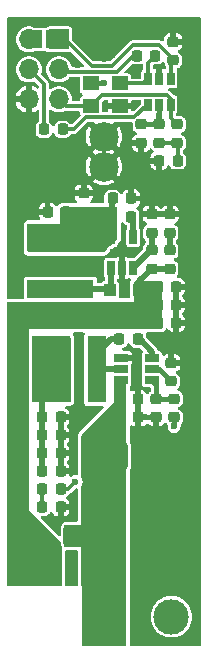
<source format=gbr>
%TF.GenerationSoftware,KiCad,Pcbnew,7.0.6*%
%TF.CreationDate,2024-02-23T16:16:52+01:00*%
%TF.ProjectId,dc_64d,64635f36-3464-42e6-9b69-6361645f7063,0.1*%
%TF.SameCoordinates,Original*%
%TF.FileFunction,Copper,L1,Top*%
%TF.FilePolarity,Positive*%
%FSLAX46Y46*%
G04 Gerber Fmt 4.6, Leading zero omitted, Abs format (unit mm)*
G04 Created by KiCad (PCBNEW 7.0.6) date 2024-02-23 16:16:52*
%MOMM*%
%LPD*%
G01*
G04 APERTURE LIST*
G04 Aperture macros list*
%AMRoundRect*
0 Rectangle with rounded corners*
0 $1 Rounding radius*
0 $2 $3 $4 $5 $6 $7 $8 $9 X,Y pos of 4 corners*
0 Add a 4 corners polygon primitive as box body*
4,1,4,$2,$3,$4,$5,$6,$7,$8,$9,$2,$3,0*
0 Add four circle primitives for the rounded corners*
1,1,$1+$1,$2,$3*
1,1,$1+$1,$4,$5*
1,1,$1+$1,$6,$7*
1,1,$1+$1,$8,$9*
0 Add four rect primitives between the rounded corners*
20,1,$1+$1,$2,$3,$4,$5,0*
20,1,$1+$1,$4,$5,$6,$7,0*
20,1,$1+$1,$6,$7,$8,$9,0*
20,1,$1+$1,$8,$9,$2,$3,0*%
%AMFreePoly0*
4,1,19,0.500000,-0.750000,0.000000,-0.750000,0.000000,-0.744911,-0.071157,-0.744911,-0.207708,-0.704816,-0.327430,-0.627875,-0.420627,-0.520320,-0.479746,-0.390866,-0.500000,-0.250000,-0.500000,0.250000,-0.479746,0.390866,-0.420627,0.520320,-0.327430,0.627875,-0.207708,0.704816,-0.071157,0.744911,0.000000,0.744911,0.000000,0.750000,0.500000,0.750000,0.500000,-0.750000,0.500000,-0.750000,
$1*%
%AMFreePoly1*
4,1,19,0.000000,0.744911,0.071157,0.744911,0.207708,0.704816,0.327430,0.627875,0.420627,0.520320,0.479746,0.390866,0.500000,0.250000,0.500000,-0.250000,0.479746,-0.390866,0.420627,-0.520320,0.327430,-0.627875,0.207708,-0.704816,0.071157,-0.744911,0.000000,-0.744911,0.000000,-0.750000,-0.500000,-0.750000,-0.500000,0.750000,0.000000,0.750000,0.000000,0.744911,0.000000,0.744911,
$1*%
G04 Aperture macros list end*
%TA.AperFunction,SMDPad,CuDef*%
%ADD10RoundRect,0.218750X-0.218750X-0.256250X0.218750X-0.256250X0.218750X0.256250X-0.218750X0.256250X0*%
%TD*%
%TA.AperFunction,SMDPad,CuDef*%
%ADD11RoundRect,0.218750X-0.256250X0.218750X-0.256250X-0.218750X0.256250X-0.218750X0.256250X0.218750X0*%
%TD*%
%TA.AperFunction,SMDPad,CuDef*%
%ADD12FreePoly0,180.000000*%
%TD*%
%TA.AperFunction,SMDPad,CuDef*%
%ADD13FreePoly1,180.000000*%
%TD*%
%TA.AperFunction,SMDPad,CuDef*%
%ADD14R,1.220000X0.650000*%
%TD*%
%TA.AperFunction,SMDPad,CuDef*%
%ADD15RoundRect,0.218750X0.256250X-0.218750X0.256250X0.218750X-0.256250X0.218750X-0.256250X-0.218750X0*%
%TD*%
%TA.AperFunction,ComponentPad*%
%ADD16C,2.500000*%
%TD*%
%TA.AperFunction,SMDPad,CuDef*%
%ADD17RoundRect,0.218750X0.218750X0.256250X-0.218750X0.256250X-0.218750X-0.256250X0.218750X-0.256250X0*%
%TD*%
%TA.AperFunction,SMDPad,CuDef*%
%ADD18RoundRect,0.250000X-1.825000X-0.700000X1.825000X-0.700000X1.825000X0.700000X-1.825000X0.700000X0*%
%TD*%
%TA.AperFunction,SMDPad,CuDef*%
%ADD19R,1.600000X5.700000*%
%TD*%
%TA.AperFunction,SMDPad,CuDef*%
%ADD20R,1.000000X1.000000*%
%TD*%
%TA.AperFunction,SMDPad,CuDef*%
%ADD21R,5.700000X1.600000*%
%TD*%
%TA.AperFunction,ComponentPad*%
%ADD22C,3.000000*%
%TD*%
%TA.AperFunction,SMDPad,CuDef*%
%ADD23RoundRect,0.250000X-1.000000X-0.900000X1.000000X-0.900000X1.000000X0.900000X-1.000000X0.900000X0*%
%TD*%
%TA.AperFunction,SMDPad,CuDef*%
%ADD24R,1.400000X1.200000*%
%TD*%
%TA.AperFunction,SMDPad,CuDef*%
%ADD25R,0.650000X1.220000*%
%TD*%
%TA.AperFunction,SMDPad,CuDef*%
%ADD26R,0.650000X1.060000*%
%TD*%
%TA.AperFunction,ComponentPad*%
%ADD27R,1.700000X1.700000*%
%TD*%
%TA.AperFunction,ComponentPad*%
%ADD28O,1.700000X1.700000*%
%TD*%
%TA.AperFunction,ViaPad*%
%ADD29C,0.600000*%
%TD*%
%TA.AperFunction,Conductor*%
%ADD30C,0.400000*%
%TD*%
%TA.AperFunction,Conductor*%
%ADD31C,0.500000*%
%TD*%
%TA.AperFunction,Conductor*%
%ADD32C,0.300000*%
%TD*%
G04 APERTURE END LIST*
D10*
X106121000Y-65405000D03*
X107696000Y-65405000D03*
D11*
X110642400Y-35128100D03*
X110642400Y-36703100D03*
D12*
X100345000Y-34945000D03*
D13*
X99045000Y-34945000D03*
D10*
X99542500Y-66929000D03*
X101117500Y-66929000D03*
D14*
X106227000Y-61915000D03*
X106227000Y-62865000D03*
X106227000Y-63815000D03*
X108847000Y-63815000D03*
X108847000Y-62865000D03*
X108847000Y-61915000D03*
D15*
X109194500Y-66954500D03*
X109194500Y-65379500D03*
D10*
X109321500Y-57429500D03*
X110896500Y-57429500D03*
D16*
X104775000Y-43180000D03*
D17*
X107066500Y-49961800D03*
X105491500Y-49961800D03*
D10*
X99542500Y-69977000D03*
X101117500Y-69977000D03*
D18*
X103459000Y-76962000D03*
X110409000Y-76962000D03*
D11*
X108819000Y-49758500D03*
X108819000Y-51333500D03*
X108819000Y-52806500D03*
X108819000Y-54381500D03*
D19*
X104172000Y-62865000D03*
X99472000Y-62865000D03*
D17*
X101574700Y-49530000D03*
X99999700Y-49530000D03*
D11*
X107950000Y-42138500D03*
X107950000Y-43713500D03*
D10*
X109321500Y-55905500D03*
X110896500Y-55905500D03*
D20*
X107783000Y-56159400D03*
X105283000Y-56159400D03*
D11*
X110718500Y-65379500D03*
X110718500Y-66954500D03*
D21*
X101092000Y-51371000D03*
X101092000Y-56071000D03*
D22*
X99060000Y-78740000D03*
D11*
X110363000Y-52806500D03*
X110363000Y-54381500D03*
D10*
X106121000Y-66929000D03*
X107696000Y-66929000D03*
X109321500Y-58953500D03*
X110896500Y-58953500D03*
X99542500Y-73025000D03*
X101117500Y-73025000D03*
D23*
X105537000Y-70231000D03*
X109837000Y-70231000D03*
D24*
X103702000Y-40574000D03*
X106102000Y-40574000D03*
X106102000Y-38674000D03*
X103702000Y-38674000D03*
D10*
X106089000Y-60325000D03*
X107664000Y-60325000D03*
D15*
X110464500Y-63906500D03*
X110464500Y-62331500D03*
D10*
X99542500Y-68453000D03*
X101117500Y-68453000D03*
D17*
X109118500Y-36322000D03*
X107543500Y-36322000D03*
X101269900Y-42570400D03*
X99694900Y-42570400D03*
D10*
X99542500Y-71501000D03*
X101117500Y-71501000D03*
D25*
X105349000Y-54294500D03*
X106299000Y-54294500D03*
X107249000Y-54294500D03*
X107249000Y-51674500D03*
X105349000Y-51674500D03*
D11*
X110363000Y-49758500D03*
X110363000Y-51333500D03*
D15*
X103073200Y-49555500D03*
X103073200Y-47980500D03*
X110998000Y-43713500D03*
X110998000Y-42138500D03*
D22*
X110490000Y-83820000D03*
D16*
X104775000Y-83820000D03*
D26*
X110424000Y-38270000D03*
X109474000Y-38270000D03*
X108524000Y-38270000D03*
X108524000Y-40470000D03*
X109474000Y-40470000D03*
X110424000Y-40470000D03*
D11*
X109474000Y-42138500D03*
X109474000Y-43713500D03*
D16*
X104775000Y-45720000D03*
D10*
X99542500Y-74549000D03*
X101117500Y-74549000D03*
D16*
X104775000Y-35560000D03*
D17*
X111023500Y-45212000D03*
X109448500Y-45212000D03*
D10*
X105511500Y-48412500D03*
X107086500Y-48412500D03*
D27*
X100970000Y-34940000D03*
D28*
X98430000Y-34940000D03*
X100970000Y-37480000D03*
X98430000Y-37480000D03*
X100970000Y-40020000D03*
X98430000Y-40020000D03*
D29*
X109474000Y-37338000D03*
X106426000Y-55651500D03*
X107823000Y-76581000D03*
X112141000Y-79883000D03*
X107543500Y-62230000D03*
X102743000Y-63627000D03*
X110998000Y-48133000D03*
X97485200Y-50901600D03*
X105537000Y-52984500D03*
X112014000Y-55905500D03*
X110464500Y-61214000D03*
X102108000Y-54102000D03*
X112268000Y-51968500D03*
X101981000Y-78867000D03*
X101981000Y-66929000D03*
X101981000Y-80391000D03*
X108077000Y-45212000D03*
X102743000Y-65151000D03*
X107543500Y-62992000D03*
X108077000Y-70993000D03*
X100711000Y-75946000D03*
X101981000Y-74549000D03*
X100025200Y-48463200D03*
X107696000Y-68072000D03*
X102616000Y-37084000D03*
X101981000Y-71501000D03*
X107950000Y-80645000D03*
X107061000Y-47498000D03*
X111379000Y-49809500D03*
X101981000Y-68453000D03*
X109474000Y-46355000D03*
X102743000Y-62103000D03*
X112141000Y-43688000D03*
X98958400Y-49479200D03*
X104902000Y-40513000D03*
X101981000Y-69977000D03*
X102057200Y-48006000D03*
X108077000Y-70231000D03*
X102362000Y-45339000D03*
X107543500Y-61468000D03*
X102235000Y-41402000D03*
X104292400Y-48412400D03*
X112141000Y-71374000D03*
X111760000Y-35153600D03*
X102743000Y-60579000D03*
X106299000Y-52984500D03*
X108077000Y-69469000D03*
X97790000Y-43688000D03*
X112014000Y-39370000D03*
X112014000Y-57429500D03*
X107442000Y-37465000D03*
X112014000Y-58953500D03*
X109855000Y-48133000D03*
X102362000Y-39116000D03*
X112014000Y-55143500D03*
X108712000Y-34036000D03*
X112014000Y-58191500D03*
X103251000Y-54102000D03*
X107950000Y-85471000D03*
X108458000Y-48133000D03*
X107442000Y-40513000D03*
X112141000Y-65659000D03*
X110642400Y-33985200D03*
X112141000Y-74549000D03*
X109220000Y-68072000D03*
X112014000Y-56667500D03*
X107823000Y-75819000D03*
X103378000Y-66675000D03*
X107823000Y-77343000D03*
X107061000Y-52984500D03*
X107823000Y-78105000D03*
X98806000Y-52578000D03*
X102616000Y-52578000D03*
X101092000Y-52578000D03*
X101854000Y-52578000D03*
X100330000Y-52578000D03*
X99568000Y-52578000D03*
X103378000Y-52578000D03*
X100711000Y-62103000D03*
X100711000Y-63627000D03*
X101473000Y-63627000D03*
X100711000Y-62865000D03*
X102362000Y-72390000D03*
X101473000Y-60579000D03*
X104775000Y-38608000D03*
X100711000Y-60579000D03*
X100711000Y-64389000D03*
X109474000Y-41402000D03*
X110718500Y-67691000D03*
X101473000Y-62865000D03*
X100711000Y-65151000D03*
X101473000Y-62103000D03*
X101473000Y-65151000D03*
X100711000Y-61341000D03*
X101473000Y-61341000D03*
X101473000Y-64389000D03*
D30*
X109474000Y-38270000D02*
X109474000Y-37338000D01*
X107696000Y-66929000D02*
X107696000Y-65405000D01*
X108847000Y-62865000D02*
X109423000Y-62865000D01*
X109423000Y-62865000D02*
X110464500Y-63906500D01*
D31*
X104172000Y-61531000D02*
X104172000Y-62865000D01*
X106227000Y-62865000D02*
X104172000Y-62865000D01*
X105378000Y-60325000D02*
X104172000Y-61531000D01*
X106089000Y-60325000D02*
X105378000Y-60325000D01*
X108847000Y-61381000D02*
X108847000Y-61915000D01*
X107791000Y-60325000D02*
X108847000Y-61381000D01*
X107664000Y-60325000D02*
X107791000Y-60325000D01*
X105349000Y-56093400D02*
X105283000Y-56159400D01*
X105349000Y-54294500D02*
X105349000Y-56093400D01*
X105194600Y-56071000D02*
X105283000Y-56159400D01*
X101092000Y-56071000D02*
X105194600Y-56071000D01*
D30*
X109194500Y-65379500D02*
X109194500Y-64162500D01*
X109194500Y-65379500D02*
X110718500Y-65379500D01*
X109194500Y-64162500D02*
X108847000Y-63815000D01*
D31*
X107249000Y-50144300D02*
X107066500Y-49961800D01*
X107249000Y-51674500D02*
X107249000Y-50144300D01*
X108819000Y-52806500D02*
X108819000Y-51333500D01*
X108737000Y-52806500D02*
X107249000Y-54294500D01*
X108819000Y-52806500D02*
X108737000Y-52806500D01*
D32*
X99694900Y-42570400D02*
X99694900Y-38745100D01*
X99694900Y-38745100D02*
X99695000Y-38745000D01*
X99695000Y-38745000D02*
X98430000Y-37480000D01*
X99542500Y-74549000D02*
X99542500Y-73025000D01*
D31*
X110363000Y-52806500D02*
X110363000Y-51333500D01*
X105491500Y-49961800D02*
X105491500Y-48432500D01*
X105349000Y-51674500D02*
X105323500Y-51649000D01*
X105491500Y-48432500D02*
X105511500Y-48412500D01*
X106063700Y-63978300D02*
X106227000Y-63815000D01*
X105349000Y-51674500D02*
X105349000Y-50800000D01*
X105491500Y-49961800D02*
X105491500Y-50657500D01*
X105491500Y-50657500D02*
X105349000Y-50800000D01*
X105323500Y-51649000D02*
X101370000Y-51649000D01*
X101370000Y-51649000D02*
X101092000Y-51371000D01*
X106063700Y-65405000D02*
X106063700Y-63978300D01*
X109321500Y-57429500D02*
X109321500Y-58953500D01*
X107783000Y-56159400D02*
X107783000Y-55417500D01*
X108819000Y-54381500D02*
X110363000Y-54381500D01*
X107783000Y-55417500D02*
X108819000Y-54381500D01*
X109321500Y-55905500D02*
X109321500Y-57429500D01*
X107848400Y-56159400D02*
X107783000Y-56159400D01*
X99542500Y-69977000D02*
X99542500Y-71501000D01*
X99542500Y-68453000D02*
X99542500Y-69977000D01*
X99542500Y-62935500D02*
X99472000Y-62865000D01*
X99542500Y-66929000D02*
X99542500Y-62935500D01*
D30*
X110718500Y-66954500D02*
X110718500Y-67691000D01*
D31*
X99542500Y-66929000D02*
X99542500Y-68453000D01*
D30*
X109474000Y-42138500D02*
X109474000Y-41402000D01*
D32*
X101117500Y-73025000D02*
X101727000Y-73025000D01*
D30*
X109474000Y-42138500D02*
X107950000Y-42138500D01*
X103702000Y-38674000D02*
X104709000Y-38674000D01*
X104709000Y-38674000D02*
X104775000Y-38608000D01*
X109474000Y-41402000D02*
X109474000Y-40470000D01*
D32*
X101727000Y-73025000D02*
X102362000Y-72390000D01*
X110998000Y-43713500D02*
X109474000Y-43713500D01*
X111023500Y-43739000D02*
X110998000Y-43713500D01*
X111023500Y-45212000D02*
X111023500Y-43739000D01*
X103733600Y-37185600D02*
X101488000Y-34940000D01*
X107223877Y-35433000D02*
X105471277Y-37185600D01*
X109474000Y-35433000D02*
X107223877Y-35433000D01*
X105471277Y-37185600D02*
X103733600Y-37185600D01*
X110424000Y-38270000D02*
X110424000Y-36921500D01*
X110424000Y-36921500D02*
X110642400Y-36703100D01*
X101488000Y-34940000D02*
X100970000Y-34940000D01*
X110642400Y-36703100D02*
X110642400Y-36601400D01*
X110642400Y-36601400D02*
X109474000Y-35433000D01*
X105903596Y-37684000D02*
X101174000Y-37684000D01*
X107265596Y-36322000D02*
X105903596Y-37684000D01*
X107543500Y-36322000D02*
X107265596Y-36322000D01*
X101174000Y-37684000D02*
X100970000Y-37480000D01*
X104636000Y-39640000D02*
X103702000Y-40574000D01*
X103702000Y-40574000D02*
X101524000Y-40574000D01*
X110424000Y-40470000D02*
X110424000Y-39965000D01*
X110099000Y-39640000D02*
X104636000Y-39640000D01*
X101524000Y-40574000D02*
X100970000Y-40020000D01*
X110424000Y-39965000D02*
X110099000Y-39640000D01*
X110424000Y-41564500D02*
X110998000Y-42138500D01*
X110424000Y-40470000D02*
X110424000Y-41564500D01*
X108524000Y-40470000D02*
X108409877Y-40470000D01*
X108409877Y-40470000D02*
X107350877Y-41529000D01*
X102209600Y-42570400D02*
X101269900Y-42570400D01*
X103251000Y-41529000D02*
X102209600Y-42570400D01*
X107350877Y-41529000D02*
X103251000Y-41529000D01*
X108120000Y-38674000D02*
X108524000Y-38270000D01*
X108524000Y-38270000D02*
X108524000Y-36916500D01*
X106102000Y-38674000D02*
X108120000Y-38674000D01*
X108524000Y-36916500D02*
X109118500Y-36322000D01*
%TA.AperFunction,Conductor*%
G36*
X109671039Y-55417185D02*
G01*
X109716794Y-55469989D01*
X109728000Y-55521500D01*
X109728000Y-59312000D01*
X109708315Y-59379039D01*
X109655511Y-59424794D01*
X109604000Y-59436000D01*
X98425000Y-59436000D01*
X98425000Y-57171499D01*
X103986864Y-57171499D01*
X103986879Y-57171497D01*
X103986882Y-57171497D01*
X104011987Y-57168586D01*
X104011988Y-57168585D01*
X104011991Y-57168585D01*
X104028703Y-57161206D01*
X104030153Y-57160566D01*
X104080239Y-57150000D01*
X107315000Y-57150000D01*
X107315000Y-55521500D01*
X107334685Y-55454461D01*
X107387489Y-55408706D01*
X107439000Y-55397500D01*
X109604000Y-55397500D01*
X109671039Y-55417185D01*
G37*
%TD.AperFunction*%
%TA.AperFunction,Conductor*%
G36*
X105861039Y-49143285D02*
G01*
X105906794Y-49196089D01*
X105918000Y-49247600D01*
X105918000Y-51764637D01*
X105898315Y-51831676D01*
X105881681Y-51852318D01*
X105319674Y-52414324D01*
X105279450Y-52441202D01*
X105234159Y-52459963D01*
X105234158Y-52459964D01*
X105108718Y-52556218D01*
X105012464Y-52681658D01*
X105012463Y-52681659D01*
X104993702Y-52726950D01*
X104966825Y-52767174D01*
X104899000Y-52835000D01*
X104811317Y-52922682D01*
X104749997Y-52956166D01*
X104723638Y-52959000D01*
X98422000Y-52959000D01*
X98354961Y-52939315D01*
X98309206Y-52886511D01*
X98298000Y-52835000D01*
X98298000Y-50670000D01*
X98317685Y-50602961D01*
X98370489Y-50557206D01*
X98422000Y-50546000D01*
X101092000Y-50546000D01*
X101092000Y-49247600D01*
X101111685Y-49180561D01*
X101164489Y-49134806D01*
X101216000Y-49123600D01*
X105794000Y-49123600D01*
X105861039Y-49143285D01*
G37*
%TD.AperFunction*%
%TA.AperFunction,Conductor*%
G36*
X106623039Y-63519685D02*
G01*
X106668794Y-63572489D01*
X106680000Y-63624000D01*
X106680000Y-86210500D01*
X106660315Y-86277539D01*
X106607511Y-86323294D01*
X106556000Y-86334500D01*
X103019500Y-86334500D01*
X102952461Y-86314815D01*
X102906706Y-86262011D01*
X102895500Y-86210500D01*
X102895500Y-81309738D01*
X102897601Y-81299177D01*
X102897601Y-81279999D01*
X102880078Y-81237695D01*
X102883857Y-81236129D01*
X102872813Y-81215866D01*
X102870000Y-81189603D01*
X102870000Y-72754708D01*
X102884452Y-72700776D01*
X102883426Y-72700351D01*
X102915054Y-72623992D01*
X102947044Y-72546762D01*
X102967682Y-72390000D01*
X102947044Y-72233238D01*
X102886536Y-72087159D01*
X102886535Y-72087158D01*
X102883426Y-72079651D01*
X102884451Y-72079226D01*
X102870000Y-72025292D01*
X102870000Y-68504361D01*
X102889685Y-68437322D01*
X102906314Y-68416685D01*
X105664000Y-65659000D01*
X105664000Y-63624000D01*
X105683685Y-63556961D01*
X105736489Y-63511206D01*
X105788000Y-63500000D01*
X106556000Y-63500000D01*
X106623039Y-63519685D01*
G37*
%TD.AperFunction*%
%TA.AperFunction,Conductor*%
G36*
X98425000Y-59436000D02*
G01*
X98425000Y-59960518D01*
X98422617Y-59984711D01*
X98421500Y-59990326D01*
X98421500Y-65739672D01*
X98422617Y-65745287D01*
X98425000Y-65769482D01*
X98425000Y-74803000D01*
X101097181Y-77475181D01*
X101130666Y-77536504D01*
X101133500Y-77562861D01*
X101133500Y-77709869D01*
X101133501Y-77709876D01*
X101139908Y-77769483D01*
X101190202Y-77904327D01*
X101190203Y-77904328D01*
X101190204Y-77904331D01*
X101194265Y-77909755D01*
X101218684Y-77975216D01*
X101219000Y-77984068D01*
X101219000Y-81130500D01*
X101199315Y-81197539D01*
X101146511Y-81243294D01*
X101095000Y-81254500D01*
X96669500Y-81254500D01*
X96602461Y-81234815D01*
X96556706Y-81182011D01*
X96545500Y-81130500D01*
X96545500Y-57274000D01*
X96565185Y-57206961D01*
X96617989Y-57161206D01*
X96669500Y-57150000D01*
X98425000Y-57150000D01*
X98425000Y-59436000D01*
G37*
%TD.AperFunction*%
%TA.AperFunction,Conductor*%
G36*
X101892039Y-60090685D02*
G01*
X101937794Y-60143489D01*
X101949000Y-60195000D01*
X101949000Y-65535000D01*
X101929315Y-65602039D01*
X101876511Y-65647794D01*
X101825000Y-65659000D01*
X98851000Y-65659000D01*
X98783961Y-65639315D01*
X98738206Y-65586511D01*
X98727000Y-65535000D01*
X98727000Y-60195000D01*
X98746685Y-60127961D01*
X98799489Y-60082206D01*
X98851000Y-60071000D01*
X101825000Y-60071000D01*
X101892039Y-60090685D01*
G37*
%TD.AperFunction*%
%TA.AperFunction,Conductor*%
G36*
X112014000Y-71755000D02*
G01*
X107442000Y-71755000D01*
X107442000Y-68707000D01*
X112014000Y-68707000D01*
X112014000Y-71755000D01*
G37*
%TD.AperFunction*%
%TA.AperFunction,Conductor*%
G36*
X106807000Y-37592000D02*
G01*
X106561989Y-37592000D01*
X106807000Y-37346988D01*
X106807000Y-37592000D01*
G37*
%TD.AperFunction*%
%TA.AperFunction,Conductor*%
G36*
X103053426Y-37071819D02*
G01*
X103086911Y-37133142D01*
X103081927Y-37202834D01*
X103040055Y-37258767D01*
X102974591Y-37283184D01*
X102965745Y-37283500D01*
X102743000Y-37283500D01*
X102743000Y-36761393D01*
X103053426Y-37071819D01*
G37*
%TD.AperFunction*%
%TA.AperFunction,Conductor*%
G36*
X106807000Y-35283484D02*
G01*
X105341703Y-36748781D01*
X105280380Y-36782266D01*
X105254022Y-36785100D01*
X103950855Y-36785100D01*
X103883816Y-36765415D01*
X103863174Y-36748781D01*
X102743000Y-35628607D01*
X102743000Y-33045500D01*
X106807000Y-33045500D01*
X106807000Y-35283484D01*
G37*
%TD.AperFunction*%
%TA.AperFunction,Conductor*%
G36*
X102743000Y-35628607D02*
G01*
X102106819Y-34992426D01*
X102073334Y-34931103D01*
X102070500Y-34904745D01*
X102070500Y-34065323D01*
X102070499Y-34065321D01*
X102055967Y-33992264D01*
X102055966Y-33992260D01*
X102040086Y-33968494D01*
X102000601Y-33909399D01*
X101917740Y-33854034D01*
X101917739Y-33854033D01*
X101917735Y-33854032D01*
X101844677Y-33839500D01*
X101844674Y-33839500D01*
X100095326Y-33839500D01*
X100095323Y-33839500D01*
X100022264Y-33854032D01*
X100022260Y-33854033D01*
X99969481Y-33889299D01*
X99939399Y-33909399D01*
X99939398Y-33909400D01*
X99929244Y-33916185D01*
X99927275Y-33913238D01*
X99884202Y-33936758D01*
X99857844Y-33939592D01*
X99844998Y-33939592D01*
X99747259Y-33959033D01*
X99742452Y-33961025D01*
X99672983Y-33968494D01*
X99647548Y-33961025D01*
X99642740Y-33959033D01*
X99545002Y-33939592D01*
X99545000Y-33939592D01*
X98973111Y-33939592D01*
X98973103Y-33939592D01*
X98947626Y-33943255D01*
X98885190Y-33936144D01*
X98732461Y-33876977D01*
X98732456Y-33876976D01*
X98531976Y-33839500D01*
X98328024Y-33839500D01*
X98127544Y-33876976D01*
X98127541Y-33876976D01*
X98127541Y-33876977D01*
X97937364Y-33950651D01*
X97937357Y-33950655D01*
X97763960Y-34058017D01*
X97763958Y-34058019D01*
X97613237Y-34195418D01*
X97490327Y-34358178D01*
X97399422Y-34540739D01*
X97399417Y-34540752D01*
X97343602Y-34736917D01*
X97324785Y-34939999D01*
X97324785Y-34940000D01*
X97343602Y-35143082D01*
X97399417Y-35339247D01*
X97399422Y-35339260D01*
X97490327Y-35521821D01*
X97613237Y-35684581D01*
X97763958Y-35821980D01*
X97763960Y-35821982D01*
X97829543Y-35862589D01*
X97937363Y-35929348D01*
X98127544Y-36003024D01*
X98328024Y-36040500D01*
X98328026Y-36040500D01*
X98531974Y-36040500D01*
X98531976Y-36040500D01*
X98732456Y-36003024D01*
X98866363Y-35951147D01*
X98928797Y-35944036D01*
X98973111Y-35950408D01*
X98973115Y-35950408D01*
X99545002Y-35950408D01*
X99545003Y-35950407D01*
X99577579Y-35943927D01*
X99642732Y-35930968D01*
X99642733Y-35930967D01*
X99642740Y-35930966D01*
X99642745Y-35930962D01*
X99647539Y-35928977D01*
X99717008Y-35921504D01*
X99742461Y-35928977D01*
X99747256Y-35930963D01*
X99747260Y-35930966D01*
X99747264Y-35930966D01*
X99747267Y-35930968D01*
X99844995Y-35950407D01*
X99844998Y-35950408D01*
X99845000Y-35950408D01*
X99871564Y-35950408D01*
X99938603Y-35970093D01*
X99940454Y-35971306D01*
X100022256Y-36025964D01*
X100022258Y-36025964D01*
X100022260Y-36025966D01*
X100022262Y-36025966D01*
X100022264Y-36025967D01*
X100095321Y-36040499D01*
X100095324Y-36040500D01*
X100095326Y-36040500D01*
X101844675Y-36040500D01*
X101866602Y-36036138D01*
X101917740Y-36025966D01*
X101917740Y-36025965D01*
X101927661Y-36023992D01*
X101997253Y-36030219D01*
X102039535Y-36057928D01*
X102743000Y-36761392D01*
X102743000Y-37283500D01*
X102151910Y-37283500D01*
X102084871Y-37263815D01*
X102039116Y-37211011D01*
X102032644Y-37193435D01*
X102001049Y-37082393D01*
X102000582Y-37080750D01*
X101989605Y-37058706D01*
X101917287Y-36913470D01*
X101909673Y-36898179D01*
X101786764Y-36735421D01*
X101786762Y-36735418D01*
X101636041Y-36598019D01*
X101636039Y-36598017D01*
X101462642Y-36490655D01*
X101462635Y-36490651D01*
X101341196Y-36443606D01*
X101272456Y-36416976D01*
X101071976Y-36379500D01*
X100868024Y-36379500D01*
X100667544Y-36416976D01*
X100667541Y-36416976D01*
X100667541Y-36416977D01*
X100477364Y-36490651D01*
X100477357Y-36490655D01*
X100303960Y-36598017D01*
X100303958Y-36598019D01*
X100153237Y-36735418D01*
X100030327Y-36898178D01*
X99939422Y-37080739D01*
X99939417Y-37080752D01*
X99883602Y-37276917D01*
X99864785Y-37479999D01*
X99864785Y-37480000D01*
X99883602Y-37683082D01*
X99939417Y-37879247D01*
X99939422Y-37879260D01*
X100030327Y-38061821D01*
X100153237Y-38224581D01*
X100303958Y-38361980D01*
X100303960Y-38361982D01*
X100403141Y-38423392D01*
X100477363Y-38469348D01*
X100667544Y-38543024D01*
X100868024Y-38580500D01*
X100868026Y-38580500D01*
X101071974Y-38580500D01*
X101071976Y-38580500D01*
X101272456Y-38543024D01*
X101462637Y-38469348D01*
X101636041Y-38361981D01*
X101786764Y-38224579D01*
X101855337Y-38133773D01*
X101911447Y-38092137D01*
X101954292Y-38084500D01*
X102627500Y-38084500D01*
X102694539Y-38104185D01*
X102740294Y-38156989D01*
X102751500Y-38208500D01*
X102751500Y-39298678D01*
X102766032Y-39371735D01*
X102766033Y-39371739D01*
X102766034Y-39371740D01*
X102821399Y-39454601D01*
X102904260Y-39509966D01*
X102914415Y-39516751D01*
X102913591Y-39517983D01*
X102957391Y-39553281D01*
X102979455Y-39619576D01*
X102962175Y-39687275D01*
X102911037Y-39734885D01*
X102904516Y-39737862D01*
X102821399Y-39793399D01*
X102766033Y-39876260D01*
X102766032Y-39876264D01*
X102751500Y-39949321D01*
X102751500Y-40049500D01*
X102731815Y-40116539D01*
X102679011Y-40162294D01*
X102627500Y-40173500D01*
X102197013Y-40173500D01*
X102129974Y-40153815D01*
X102084219Y-40101011D01*
X102073542Y-40038060D01*
X102075215Y-40020002D01*
X102075215Y-40019999D01*
X102056397Y-39816917D01*
X102043048Y-39770000D01*
X102000582Y-39620750D01*
X101999997Y-39619576D01*
X101917850Y-39454601D01*
X101909673Y-39438179D01*
X101844600Y-39352008D01*
X101786762Y-39275418D01*
X101636041Y-39138019D01*
X101636039Y-39138017D01*
X101462642Y-39030655D01*
X101462635Y-39030651D01*
X101347761Y-38986149D01*
X101272456Y-38956976D01*
X101071976Y-38919500D01*
X100868024Y-38919500D01*
X100667544Y-38956976D01*
X100667541Y-38956976D01*
X100667541Y-38956977D01*
X100477364Y-39030651D01*
X100477357Y-39030655D01*
X100303960Y-39138017D01*
X100303951Y-39138024D01*
X100302925Y-39138960D01*
X100302326Y-39139251D01*
X100299385Y-39141473D01*
X100298950Y-39140897D01*
X100240117Y-39169569D01*
X100170731Y-39161362D01*
X100116796Y-39116945D01*
X100095438Y-39050420D01*
X100095399Y-39047356D01*
X100095399Y-38818831D01*
X100095500Y-38817577D01*
X100095500Y-38808433D01*
X100095500Y-38681567D01*
X100088425Y-38659793D01*
X100083885Y-38640881D01*
X100080546Y-38619796D01*
X100080545Y-38619793D01*
X100070854Y-38600774D01*
X100063406Y-38582793D01*
X100056296Y-38560911D01*
X100056295Y-38560908D01*
X100042771Y-38542295D01*
X100032601Y-38525699D01*
X100022951Y-38506759D01*
X100007918Y-38491726D01*
X99995282Y-38476932D01*
X99981725Y-38458273D01*
X99963799Y-38445249D01*
X99949004Y-38432612D01*
X99497724Y-37981331D01*
X99464239Y-37920008D01*
X99466138Y-37859719D01*
X99516397Y-37683083D01*
X99535215Y-37480000D01*
X99531708Y-37442158D01*
X99516397Y-37276917D01*
X99511233Y-37258767D01*
X99460582Y-37080750D01*
X99449605Y-37058706D01*
X99377287Y-36913470D01*
X99369673Y-36898179D01*
X99246764Y-36735421D01*
X99246762Y-36735418D01*
X99096041Y-36598019D01*
X99096039Y-36598017D01*
X98922642Y-36490655D01*
X98922635Y-36490651D01*
X98801196Y-36443606D01*
X98732456Y-36416976D01*
X98531976Y-36379500D01*
X98328024Y-36379500D01*
X98127544Y-36416976D01*
X98127541Y-36416976D01*
X98127541Y-36416977D01*
X97937364Y-36490651D01*
X97937357Y-36490655D01*
X97763960Y-36598017D01*
X97763958Y-36598019D01*
X97613237Y-36735418D01*
X97490327Y-36898178D01*
X97399422Y-37080739D01*
X97399417Y-37080752D01*
X97343602Y-37276917D01*
X97324785Y-37479999D01*
X97324785Y-37480000D01*
X97343602Y-37683082D01*
X97399417Y-37879247D01*
X97399422Y-37879260D01*
X97490327Y-38061821D01*
X97613237Y-38224581D01*
X97763958Y-38361980D01*
X97763960Y-38361982D01*
X97863141Y-38423392D01*
X97937363Y-38469348D01*
X98127544Y-38543024D01*
X98328024Y-38580500D01*
X98328026Y-38580500D01*
X98531974Y-38580500D01*
X98531976Y-38580500D01*
X98732456Y-38543024D01*
X98797070Y-38517991D01*
X98866692Y-38512129D01*
X98928433Y-38544838D01*
X98929545Y-38545937D01*
X99258081Y-38874473D01*
X99291566Y-38935796D01*
X99294400Y-38962154D01*
X99294400Y-38979994D01*
X99274715Y-39047033D01*
X99221911Y-39092788D01*
X99152753Y-39102732D01*
X99105123Y-39085421D01*
X98944798Y-38986154D01*
X98944789Y-38986149D01*
X98746063Y-38909163D01*
X98746058Y-38909162D01*
X98680000Y-38896813D01*
X98680000Y-39584498D01*
X98572315Y-39535320D01*
X98465763Y-39520000D01*
X98394237Y-39520000D01*
X98287685Y-39535320D01*
X98180000Y-39584498D01*
X98180000Y-38896813D01*
X98113941Y-38909162D01*
X98113936Y-38909163D01*
X97915210Y-38986149D01*
X97915201Y-38986153D01*
X97734002Y-39098346D01*
X97734000Y-39098348D01*
X97576500Y-39241928D01*
X97448061Y-39412008D01*
X97353067Y-39602781D01*
X97353062Y-39602794D01*
X97305487Y-39769999D01*
X97305488Y-39770000D01*
X97996314Y-39770000D01*
X97970507Y-39810156D01*
X97930000Y-39948111D01*
X97930000Y-40091889D01*
X97970507Y-40229844D01*
X97996314Y-40270000D01*
X97305488Y-40270000D01*
X97353062Y-40437205D01*
X97353067Y-40437218D01*
X97448061Y-40627991D01*
X97576500Y-40798071D01*
X97734000Y-40941651D01*
X97734002Y-40941653D01*
X97915201Y-41053846D01*
X97915207Y-41053849D01*
X98113941Y-41130838D01*
X98180000Y-41143186D01*
X98180000Y-40455501D01*
X98287685Y-40504680D01*
X98394237Y-40520000D01*
X98465763Y-40520000D01*
X98572315Y-40504680D01*
X98680000Y-40455501D01*
X98680000Y-41143186D01*
X98746058Y-41130838D01*
X98944792Y-41053849D01*
X98944798Y-41053846D01*
X99105123Y-40954578D01*
X99172484Y-40936023D01*
X99239183Y-40956831D01*
X99284044Y-41010396D01*
X99294400Y-41060005D01*
X99294400Y-41801970D01*
X99274715Y-41869009D01*
X99244711Y-41901237D01*
X99140928Y-41978928D01*
X99060064Y-42086949D01*
X99060062Y-42086952D01*
X99012909Y-42213375D01*
X99006900Y-42269255D01*
X99006900Y-42871544D01*
X99012909Y-42927424D01*
X99060062Y-43053847D01*
X99060063Y-43053848D01*
X99060064Y-43053850D01*
X99140928Y-43161872D01*
X99248949Y-43242735D01*
X99248952Y-43242737D01*
X99375375Y-43289890D01*
X99375378Y-43289891D01*
X99404718Y-43293045D01*
X99431255Y-43295899D01*
X99431270Y-43295900D01*
X99958530Y-43295900D01*
X99958544Y-43295899D01*
X99980423Y-43293546D01*
X100014422Y-43289891D01*
X100140850Y-43242736D01*
X100248872Y-43161872D01*
X100329736Y-43053850D01*
X100331318Y-43049610D01*
X100349705Y-43000311D01*
X100366217Y-42956037D01*
X100408087Y-42900105D01*
X100473551Y-42875687D01*
X100541825Y-42890538D01*
X100591230Y-42939943D01*
X100598581Y-42956037D01*
X100634212Y-43051566D01*
X100635064Y-43053850D01*
X100715928Y-43161872D01*
X100823949Y-43242735D01*
X100823952Y-43242737D01*
X100950375Y-43289890D01*
X100950378Y-43289891D01*
X100979718Y-43293045D01*
X101006255Y-43295899D01*
X101006270Y-43295900D01*
X101533530Y-43295900D01*
X101533544Y-43295899D01*
X101555423Y-43293546D01*
X101589422Y-43289891D01*
X101715850Y-43242736D01*
X101823872Y-43161872D01*
X101904736Y-43053850D01*
X101905588Y-43051563D01*
X101907050Y-43049610D01*
X101908984Y-43046070D01*
X101909493Y-43046348D01*
X101947459Y-42995633D01*
X102012923Y-42971216D01*
X102021769Y-42970900D01*
X102273031Y-42970900D01*
X102273033Y-42970900D01*
X102294101Y-42964054D01*
X102313017Y-42959512D01*
X102334904Y-42956046D01*
X102354644Y-42945986D01*
X102372611Y-42938544D01*
X102393690Y-42931696D01*
X102411626Y-42918663D01*
X102428188Y-42908514D01*
X102447942Y-42898450D01*
X102463434Y-42882957D01*
X102463441Y-42882952D01*
X103380574Y-41965819D01*
X103441897Y-41932334D01*
X103468255Y-41929500D01*
X103826691Y-41929500D01*
X103893730Y-41949185D01*
X103914372Y-41965819D01*
X104565779Y-42617227D01*
X104472412Y-42655901D01*
X104347075Y-42752075D01*
X104250901Y-42877411D01*
X104212227Y-42970779D01*
X103513504Y-42272056D01*
X103389668Y-42474141D01*
X103389665Y-42474146D01*
X103296303Y-42699542D01*
X103239348Y-42936780D01*
X103220207Y-43180000D01*
X103239348Y-43423219D01*
X103296303Y-43660457D01*
X103389668Y-43885861D01*
X103513504Y-44087942D01*
X104212226Y-43389219D01*
X104250901Y-43482588D01*
X104347075Y-43607925D01*
X104472412Y-43704099D01*
X104565779Y-43742772D01*
X103866338Y-44442213D01*
X103866338Y-44457785D01*
X104565779Y-45157226D01*
X104472412Y-45195901D01*
X104347075Y-45292075D01*
X104250901Y-45417411D01*
X104212227Y-45510779D01*
X103513504Y-44812056D01*
X103389668Y-45014141D01*
X103389665Y-45014146D01*
X103296303Y-45239542D01*
X103239348Y-45476780D01*
X103220207Y-45720000D01*
X103239348Y-45963219D01*
X103296303Y-46200457D01*
X103389668Y-46425861D01*
X103513504Y-46627942D01*
X104212226Y-45929219D01*
X104250901Y-46022588D01*
X104347075Y-46147925D01*
X104472412Y-46244099D01*
X104565779Y-46282772D01*
X103867056Y-46981494D01*
X104069138Y-47105331D01*
X104294542Y-47198696D01*
X104531780Y-47255651D01*
X104531779Y-47255651D01*
X104774999Y-47274792D01*
X105018219Y-47255651D01*
X105255457Y-47198696D01*
X105480861Y-47105331D01*
X105682942Y-46981494D01*
X104984220Y-46282772D01*
X105077588Y-46244099D01*
X105202925Y-46147925D01*
X105299099Y-46022589D01*
X105337773Y-45929219D01*
X106036494Y-46627942D01*
X106160331Y-46425861D01*
X106253696Y-46200457D01*
X106310651Y-45963219D01*
X106329792Y-45720000D01*
X106310651Y-45476780D01*
X106307103Y-45462000D01*
X108711000Y-45462000D01*
X108711000Y-45508855D01*
X108721010Y-45592224D01*
X108773325Y-45724886D01*
X108859489Y-45838510D01*
X108973113Y-45924674D01*
X109105775Y-45976989D01*
X109189144Y-45987000D01*
X109198500Y-45987000D01*
X109198500Y-45462000D01*
X108711000Y-45462000D01*
X106307103Y-45462000D01*
X106253696Y-45239542D01*
X106160331Y-45014138D01*
X106036494Y-44812056D01*
X105337772Y-45510778D01*
X105299099Y-45417412D01*
X105202925Y-45292075D01*
X105077588Y-45195901D01*
X104984220Y-45157227D01*
X105683659Y-44457787D01*
X105683659Y-44442211D01*
X104984220Y-43742772D01*
X105077588Y-43704099D01*
X105202925Y-43607925D01*
X105299099Y-43482589D01*
X105337773Y-43389220D01*
X106036494Y-44087942D01*
X106112753Y-43963500D01*
X107175000Y-43963500D01*
X107175000Y-43972855D01*
X107185010Y-44056224D01*
X107237325Y-44188886D01*
X107323489Y-44302510D01*
X107437113Y-44388674D01*
X107569775Y-44440989D01*
X107653144Y-44451000D01*
X107700000Y-44451000D01*
X107700000Y-43963500D01*
X107175000Y-43963500D01*
X106112753Y-43963500D01*
X106160331Y-43885861D01*
X106253696Y-43660457D01*
X106310651Y-43423219D01*
X106329792Y-43180000D01*
X106310651Y-42936780D01*
X106253696Y-42699542D01*
X106160331Y-42474138D01*
X106036494Y-42272056D01*
X105337772Y-42970778D01*
X105299099Y-42877412D01*
X105202925Y-42752075D01*
X105077588Y-42655901D01*
X104984218Y-42617226D01*
X105635628Y-41965819D01*
X105696951Y-41932334D01*
X105723309Y-41929500D01*
X107100500Y-41929500D01*
X107167539Y-41949185D01*
X107213294Y-42001989D01*
X107224500Y-42053500D01*
X107224500Y-42402144D01*
X107230509Y-42458024D01*
X107277662Y-42584447D01*
X107277664Y-42584450D01*
X107358528Y-42692472D01*
X107466550Y-42773336D01*
X107493908Y-42783540D01*
X107549842Y-42825409D01*
X107574260Y-42890873D01*
X107559409Y-42959147D01*
X107510005Y-43008553D01*
X107496067Y-43015076D01*
X107437115Y-43038324D01*
X107323489Y-43124489D01*
X107237325Y-43238113D01*
X107185010Y-43370775D01*
X107175000Y-43454144D01*
X107175000Y-43463500D01*
X108076000Y-43463500D01*
X108143039Y-43483185D01*
X108188794Y-43535989D01*
X108200000Y-43587500D01*
X108200000Y-44451000D01*
X108246856Y-44451000D01*
X108330224Y-44440989D01*
X108462886Y-44388674D01*
X108576510Y-44302510D01*
X108644263Y-44213164D01*
X108700455Y-44171641D01*
X108770176Y-44167089D01*
X108831291Y-44200953D01*
X108842334Y-44213779D01*
X108882528Y-44267472D01*
X108945973Y-44314966D01*
X108950222Y-44318147D01*
X108992094Y-44374080D01*
X108997078Y-44443772D01*
X108963593Y-44505095D01*
X108950838Y-44516217D01*
X108859490Y-44585489D01*
X108773325Y-44699113D01*
X108721010Y-44831775D01*
X108711000Y-44915144D01*
X108711000Y-44962000D01*
X109574500Y-44962000D01*
X109641539Y-44981685D01*
X109687294Y-45034489D01*
X109698500Y-45086000D01*
X109698500Y-45987000D01*
X109707856Y-45987000D01*
X109791224Y-45976989D01*
X109923886Y-45924674D01*
X110037510Y-45838510D01*
X110123675Y-45724885D01*
X110146922Y-45665934D01*
X110189828Y-45610790D01*
X110255735Y-45587596D01*
X110323720Y-45603716D01*
X110372197Y-45654033D01*
X110378459Y-45668090D01*
X110388662Y-45695447D01*
X110388664Y-45695450D01*
X110469528Y-45803472D01*
X110577549Y-45884335D01*
X110577552Y-45884337D01*
X110703975Y-45931490D01*
X110703978Y-45931491D01*
X110733318Y-45934645D01*
X110759855Y-45937499D01*
X110759870Y-45937500D01*
X111287130Y-45937500D01*
X111287144Y-45937499D01*
X111309023Y-45935146D01*
X111343022Y-45931491D01*
X111469450Y-45884336D01*
X111577472Y-45803472D01*
X111658336Y-45695450D01*
X111705491Y-45569022D01*
X111709146Y-45535023D01*
X111711499Y-45513144D01*
X111711500Y-45513129D01*
X111711500Y-44910870D01*
X111711499Y-44910855D01*
X111708645Y-44884318D01*
X111705491Y-44854978D01*
X111658336Y-44728550D01*
X111577472Y-44620528D01*
X111480261Y-44547757D01*
X111438391Y-44491824D01*
X111433407Y-44422133D01*
X111466892Y-44360810D01*
X111480263Y-44349224D01*
X111481448Y-44348336D01*
X111481450Y-44348336D01*
X111589472Y-44267472D01*
X111670336Y-44159450D01*
X111717491Y-44033022D01*
X111721146Y-43999023D01*
X111723499Y-43977144D01*
X111723500Y-43977129D01*
X111723500Y-43449870D01*
X111723499Y-43449855D01*
X111720635Y-43423219D01*
X111717491Y-43393978D01*
X111678669Y-43289891D01*
X111670337Y-43267552D01*
X111670335Y-43267549D01*
X111651761Y-43242737D01*
X111589472Y-43159528D01*
X111481450Y-43078664D01*
X111481448Y-43078663D01*
X111383637Y-43042181D01*
X111327704Y-43000309D01*
X111303287Y-42934845D01*
X111318139Y-42866572D01*
X111367545Y-42817167D01*
X111383633Y-42809819D01*
X111481450Y-42773336D01*
X111589472Y-42692472D01*
X111670336Y-42584450D01*
X111717491Y-42458022D01*
X111721146Y-42424023D01*
X111723499Y-42402144D01*
X111723500Y-42402129D01*
X111723500Y-41874870D01*
X111723499Y-41874855D01*
X111720278Y-41844900D01*
X111717491Y-41818978D01*
X111717490Y-41818975D01*
X111670337Y-41692552D01*
X111670335Y-41692549D01*
X111629733Y-41638311D01*
X111589472Y-41584528D01*
X111481450Y-41503664D01*
X111481447Y-41503662D01*
X111355024Y-41456509D01*
X111299144Y-41450500D01*
X111299130Y-41450500D01*
X110948500Y-41450500D01*
X110881461Y-41430815D01*
X110835706Y-41378011D01*
X110824500Y-41326500D01*
X110824500Y-41317105D01*
X110844185Y-41250066D01*
X110879609Y-41214003D01*
X110929601Y-41180601D01*
X110984966Y-41097740D01*
X110999500Y-41024674D01*
X110999500Y-39915326D01*
X110999500Y-39915325D01*
X110999500Y-39915323D01*
X110999499Y-39915321D01*
X110984967Y-39842264D01*
X110984966Y-39842260D01*
X110984965Y-39842259D01*
X110929601Y-39759399D01*
X110846740Y-39704034D01*
X110846739Y-39704033D01*
X110846735Y-39704032D01*
X110773677Y-39689500D01*
X110773674Y-39689500D01*
X110766254Y-39689500D01*
X110699215Y-39669815D01*
X110678573Y-39653181D01*
X110662342Y-39636950D01*
X110358271Y-39332878D01*
X110358256Y-39332864D01*
X110337342Y-39311950D01*
X110337341Y-39311949D01*
X110317600Y-39301890D01*
X110301014Y-39291726D01*
X110277743Y-39274819D01*
X110235076Y-39219489D01*
X110229097Y-39149876D01*
X110261702Y-39088081D01*
X110322540Y-39053723D01*
X110350627Y-39050500D01*
X110773676Y-39050500D01*
X110773677Y-39050499D01*
X110846740Y-39035966D01*
X110929601Y-38980601D01*
X110984966Y-38897740D01*
X110999500Y-38824674D01*
X110999500Y-37715326D01*
X110999500Y-37715323D01*
X110999499Y-37715321D01*
X110984967Y-37642264D01*
X110984966Y-37642262D01*
X110984966Y-37642260D01*
X110984964Y-37642258D01*
X110984964Y-37642256D01*
X110937364Y-37571017D01*
X110916486Y-37504340D01*
X110934971Y-37436960D01*
X110986950Y-37390270D01*
X110997133Y-37385945D01*
X111125847Y-37337937D01*
X111125846Y-37337937D01*
X111125850Y-37337936D01*
X111233872Y-37257072D01*
X111314736Y-37149050D01*
X111361891Y-37022622D01*
X111365546Y-36988623D01*
X111367899Y-36966744D01*
X111367900Y-36966729D01*
X111367900Y-36439470D01*
X111367899Y-36439455D01*
X111365045Y-36412918D01*
X111361891Y-36383578D01*
X111314736Y-36257150D01*
X111233872Y-36149128D01*
X111125850Y-36068264D01*
X111125847Y-36068262D01*
X111098490Y-36058059D01*
X111042556Y-36016188D01*
X111018139Y-35950724D01*
X111032990Y-35882451D01*
X111082396Y-35833045D01*
X111096334Y-35826522D01*
X111155285Y-35803275D01*
X111268910Y-35717110D01*
X111355074Y-35603486D01*
X111407389Y-35470824D01*
X111417400Y-35387455D01*
X111417400Y-35378100D01*
X110516400Y-35378100D01*
X110449361Y-35358415D01*
X110403606Y-35305611D01*
X110392400Y-35254100D01*
X110392400Y-34878099D01*
X110892399Y-34878099D01*
X110892400Y-34878100D01*
X111417400Y-34878100D01*
X111417400Y-34868744D01*
X111407389Y-34785375D01*
X111355074Y-34652713D01*
X111268910Y-34539089D01*
X111155286Y-34452925D01*
X111022624Y-34400610D01*
X110939256Y-34390600D01*
X110892400Y-34390600D01*
X110892399Y-34878099D01*
X110392400Y-34878099D01*
X110392400Y-34390600D01*
X110345544Y-34390600D01*
X110262175Y-34400610D01*
X110129513Y-34452925D01*
X110015889Y-34539089D01*
X109929725Y-34652713D01*
X109877410Y-34785375D01*
X109867400Y-34868744D01*
X109867400Y-34980412D01*
X109847715Y-35047451D01*
X109794911Y-35093206D01*
X109725753Y-35103150D01*
X109670518Y-35080733D01*
X109658090Y-35071704D01*
X109637018Y-35064857D01*
X109619045Y-35057412D01*
X109599307Y-35047355D01*
X109599304Y-35047354D01*
X109577418Y-35043887D01*
X109558507Y-35039346D01*
X109537439Y-35032501D01*
X109537434Y-35032500D01*
X109537433Y-35032500D01*
X109505519Y-35032500D01*
X107287310Y-35032500D01*
X107160444Y-35032500D01*
X107160441Y-35032500D01*
X107160439Y-35032501D01*
X107139367Y-35039347D01*
X107120459Y-35043886D01*
X107098575Y-35047353D01*
X107098571Y-35047354D01*
X107078828Y-35057413D01*
X107060864Y-35064854D01*
X107039788Y-35071703D01*
X107021862Y-35084727D01*
X107005277Y-35094890D01*
X106985536Y-35104948D01*
X106985536Y-35104949D01*
X106962971Y-35127513D01*
X106962968Y-35127516D01*
X106807000Y-35283483D01*
X106807000Y-33045500D01*
X112880500Y-33045500D01*
X112947539Y-33065185D01*
X112993294Y-33117989D01*
X113004500Y-33169500D01*
X113004500Y-75438000D01*
X107315000Y-75438000D01*
X107315000Y-78486000D01*
X113004500Y-78486000D01*
X113004500Y-86210500D01*
X112984815Y-86277539D01*
X112932011Y-86323294D01*
X112880500Y-86334500D01*
X107109500Y-86334500D01*
X107042461Y-86314815D01*
X106996706Y-86262011D01*
X106985500Y-86210500D01*
X106985500Y-83820004D01*
X108734592Y-83820004D01*
X108754196Y-84081620D01*
X108754197Y-84081625D01*
X108812576Y-84337402D01*
X108812578Y-84337411D01*
X108812580Y-84337416D01*
X108908432Y-84581643D01*
X109039614Y-84808857D01*
X109171736Y-84974533D01*
X109203198Y-85013985D01*
X109384753Y-85182441D01*
X109395521Y-85192433D01*
X109612296Y-85340228D01*
X109612301Y-85340230D01*
X109612302Y-85340231D01*
X109612303Y-85340232D01*
X109737843Y-85400688D01*
X109848673Y-85454061D01*
X109848674Y-85454061D01*
X109848677Y-85454063D01*
X110099385Y-85531396D01*
X110358818Y-85570500D01*
X110621182Y-85570500D01*
X110880615Y-85531396D01*
X111131323Y-85454063D01*
X111367704Y-85340228D01*
X111584479Y-85192433D01*
X111776805Y-85013981D01*
X111940386Y-84808857D01*
X112071568Y-84581643D01*
X112167420Y-84337416D01*
X112225802Y-84081630D01*
X112245408Y-83820000D01*
X112225802Y-83558370D01*
X112167420Y-83302584D01*
X112071568Y-83058357D01*
X111940386Y-82831143D01*
X111776805Y-82626019D01*
X111776804Y-82626018D01*
X111776801Y-82626014D01*
X111584479Y-82447567D01*
X111584479Y-82447566D01*
X111367704Y-82299772D01*
X111367700Y-82299770D01*
X111367697Y-82299768D01*
X111367696Y-82299767D01*
X111131325Y-82185938D01*
X111131327Y-82185938D01*
X110880623Y-82108606D01*
X110880619Y-82108605D01*
X110880615Y-82108604D01*
X110755823Y-82089794D01*
X110621187Y-82069500D01*
X110621182Y-82069500D01*
X110358818Y-82069500D01*
X110358812Y-82069500D01*
X110197247Y-82093853D01*
X110099385Y-82108604D01*
X110099381Y-82108605D01*
X110099382Y-82108605D01*
X110099376Y-82108606D01*
X109848673Y-82185938D01*
X109612303Y-82299767D01*
X109612302Y-82299768D01*
X109395520Y-82447567D01*
X109203198Y-82626014D01*
X109039614Y-82831143D01*
X108908432Y-83058356D01*
X108812582Y-83302578D01*
X108812576Y-83302597D01*
X108754197Y-83558374D01*
X108754196Y-83558379D01*
X108734592Y-83819995D01*
X108734592Y-83820004D01*
X106985500Y-83820004D01*
X106985500Y-81130500D01*
X106985499Y-71383084D01*
X106993317Y-71339758D01*
X107031091Y-71238483D01*
X107037500Y-71178873D01*
X107037499Y-69283128D01*
X107031091Y-69223517D01*
X106993318Y-69122242D01*
X106985500Y-69078909D01*
X106985500Y-68707000D01*
X107442000Y-68707000D01*
X107442000Y-71755000D01*
X112014000Y-71755000D01*
X112014000Y-68707000D01*
X107442000Y-68707000D01*
X106985500Y-68707000D01*
X106985500Y-67713035D01*
X107005185Y-67645996D01*
X107057989Y-67600241D01*
X107127147Y-67590297D01*
X107184426Y-67614232D01*
X107220613Y-67641674D01*
X107353275Y-67693989D01*
X107436644Y-67704000D01*
X107446000Y-67704000D01*
X107446000Y-67179000D01*
X107946000Y-67179000D01*
X107946000Y-67704000D01*
X107955356Y-67704000D01*
X108038724Y-67693989D01*
X108171386Y-67641674D01*
X108285009Y-67555511D01*
X108332244Y-67493221D01*
X108388436Y-67451697D01*
X108458157Y-67447144D01*
X108519272Y-67481009D01*
X108529853Y-67493219D01*
X108567991Y-67543511D01*
X108681613Y-67629674D01*
X108814275Y-67681989D01*
X108897644Y-67692000D01*
X108944499Y-67692000D01*
X108944500Y-67204500D01*
X108456362Y-67204500D01*
X108389323Y-67184815D01*
X108382107Y-67179000D01*
X107946000Y-67179000D01*
X107446000Y-67179000D01*
X107446000Y-64630000D01*
X107436644Y-64630000D01*
X107353275Y-64640010D01*
X107220613Y-64692325D01*
X107184425Y-64719768D01*
X107119113Y-64744591D01*
X107050749Y-64730163D01*
X107001038Y-64681065D01*
X106985500Y-64620965D01*
X106985500Y-64514500D01*
X106985499Y-64404062D01*
X107005183Y-64337026D01*
X107013623Y-64326553D01*
X107017599Y-64320602D01*
X107017601Y-64320601D01*
X107072966Y-64237740D01*
X107087500Y-64164674D01*
X107087500Y-63465326D01*
X107087500Y-63465323D01*
X107087499Y-63465321D01*
X107072968Y-63392267D01*
X107072966Y-63392264D01*
X107072966Y-63392260D01*
X107072963Y-63392256D01*
X107070977Y-63387461D01*
X107063504Y-63317992D01*
X107070977Y-63292539D01*
X107072962Y-63287745D01*
X107072966Y-63287740D01*
X107087500Y-63214674D01*
X107087500Y-62515326D01*
X107081440Y-62484861D01*
X107087666Y-62415272D01*
X107089623Y-62410583D01*
X107134089Y-62309877D01*
X107134089Y-62309875D01*
X107136999Y-62284794D01*
X107137000Y-62284791D01*
X107137000Y-62165000D01*
X106101000Y-62165000D01*
X106033961Y-62145315D01*
X105988206Y-62092511D01*
X105977000Y-62041000D01*
X105977000Y-61789000D01*
X105996685Y-61721961D01*
X106049489Y-61676206D01*
X106101000Y-61665000D01*
X107136999Y-61665000D01*
X107136999Y-61545214D01*
X107136997Y-61545191D01*
X107134091Y-61520130D01*
X107134090Y-61520126D01*
X107088788Y-61417525D01*
X107088785Y-61417520D01*
X107009479Y-61338214D01*
X107009474Y-61338211D01*
X106906876Y-61292910D01*
X106881794Y-61290000D01*
X106433513Y-61290000D01*
X106366474Y-61270315D01*
X106320719Y-61217511D01*
X106310775Y-61148353D01*
X106339800Y-61084797D01*
X106398578Y-61047023D01*
X106405008Y-61045321D01*
X106408513Y-61044491D01*
X106408522Y-61044491D01*
X106534950Y-60997336D01*
X106642972Y-60916472D01*
X106723836Y-60808450D01*
X106760317Y-60710638D01*
X106802189Y-60654704D01*
X106867653Y-60630287D01*
X106935926Y-60645139D01*
X106985332Y-60694544D01*
X106992682Y-60710638D01*
X107029162Y-60808447D01*
X107029164Y-60808450D01*
X107110028Y-60916472D01*
X107216594Y-60996246D01*
X107218049Y-60997335D01*
X107218052Y-60997337D01*
X107344475Y-61044490D01*
X107344478Y-61044491D01*
X107371657Y-61047413D01*
X107400355Y-61050499D01*
X107400370Y-61050500D01*
X107757324Y-61050500D01*
X107824363Y-61070185D01*
X107845005Y-61086819D01*
X108028975Y-61270789D01*
X108062460Y-61332112D01*
X108057476Y-61401804D01*
X108044398Y-61427359D01*
X108001033Y-61492261D01*
X108001032Y-61492264D01*
X107986500Y-61565321D01*
X107986500Y-61565325D01*
X107986500Y-61565326D01*
X107986500Y-62264674D01*
X107986500Y-62264676D01*
X107986499Y-62264676D01*
X108001033Y-62337740D01*
X108003025Y-62342548D01*
X108010494Y-62412017D01*
X108003025Y-62437452D01*
X108001033Y-62442259D01*
X107986500Y-62515323D01*
X107986500Y-62515326D01*
X107986500Y-63214674D01*
X107986500Y-63214676D01*
X107986499Y-63214676D01*
X108001033Y-63287740D01*
X108003025Y-63292548D01*
X108010494Y-63362017D01*
X108003025Y-63387452D01*
X108001033Y-63392259D01*
X107986500Y-63465323D01*
X107986500Y-64164678D01*
X108001032Y-64237735D01*
X108001033Y-64237739D01*
X108001034Y-64237740D01*
X108056399Y-64320601D01*
X108139259Y-64375966D01*
X108139260Y-64375966D01*
X108139264Y-64375967D01*
X108212321Y-64390499D01*
X108212324Y-64390500D01*
X108212326Y-64390500D01*
X108620000Y-64390500D01*
X108687039Y-64410185D01*
X108732794Y-64462989D01*
X108744000Y-64514500D01*
X108744000Y-64657927D01*
X108724315Y-64724966D01*
X108694311Y-64757194D01*
X108603027Y-64825528D01*
X108561392Y-64881146D01*
X108505458Y-64923016D01*
X108435766Y-64928000D01*
X108374444Y-64894514D01*
X108363322Y-64881759D01*
X108285010Y-64778489D01*
X108171386Y-64692325D01*
X108038724Y-64640010D01*
X107955356Y-64630000D01*
X107946000Y-64630000D01*
X107946000Y-66679000D01*
X108396638Y-66679000D01*
X108463677Y-66698685D01*
X108470893Y-66704500D01*
X109320500Y-66704500D01*
X109387539Y-66724185D01*
X109433294Y-66776989D01*
X109444500Y-66828500D01*
X109444500Y-67692000D01*
X109491356Y-67692000D01*
X109574724Y-67681989D01*
X109707386Y-67629674D01*
X109821010Y-67543510D01*
X109888763Y-67454164D01*
X109944955Y-67412641D01*
X110014676Y-67408089D01*
X110075791Y-67441953D01*
X110086834Y-67454779D01*
X110127028Y-67508472D01*
X110133300Y-67514744D01*
X110131580Y-67516463D01*
X110165645Y-67561972D01*
X110172401Y-67621487D01*
X110163250Y-67690998D01*
X110163250Y-67691000D01*
X110182170Y-67834708D01*
X110182171Y-67834712D01*
X110237637Y-67968622D01*
X110237638Y-67968624D01*
X110237639Y-67968625D01*
X110325879Y-68083621D01*
X110440875Y-68171861D01*
X110574791Y-68227330D01*
X110701780Y-68244048D01*
X110718499Y-68246250D01*
X110718500Y-68246250D01*
X110718501Y-68246250D01*
X110733477Y-68244278D01*
X110862209Y-68227330D01*
X110996125Y-68171861D01*
X111111121Y-68083621D01*
X111199361Y-67968625D01*
X111254830Y-67834709D01*
X111273750Y-67691000D01*
X111264598Y-67621487D01*
X111275363Y-67552454D01*
X111305035Y-67516080D01*
X111303700Y-67514745D01*
X111309971Y-67508473D01*
X111390833Y-67400454D01*
X111390832Y-67400454D01*
X111390836Y-67400450D01*
X111437991Y-67274022D01*
X111442710Y-67230130D01*
X111443999Y-67218144D01*
X111444000Y-67218129D01*
X111444000Y-66690870D01*
X111443999Y-66690855D01*
X111441145Y-66664318D01*
X111437991Y-66634978D01*
X111435340Y-66627870D01*
X111390837Y-66508552D01*
X111390835Y-66508549D01*
X111364154Y-66472907D01*
X111309972Y-66400528D01*
X111201950Y-66319664D01*
X111201947Y-66319662D01*
X111104138Y-66283182D01*
X111048204Y-66241311D01*
X111023787Y-66175847D01*
X111038639Y-66107574D01*
X111088044Y-66058168D01*
X111104138Y-66050818D01*
X111167846Y-66027056D01*
X111201950Y-66014336D01*
X111309972Y-65933472D01*
X111390836Y-65825450D01*
X111437991Y-65699022D01*
X111441646Y-65665023D01*
X111443999Y-65643144D01*
X111444000Y-65643129D01*
X111444000Y-65115870D01*
X111443999Y-65115855D01*
X111441145Y-65089318D01*
X111437991Y-65059978D01*
X111390836Y-64933550D01*
X111309972Y-64825528D01*
X111201950Y-64744664D01*
X111201947Y-64744662D01*
X111068255Y-64694798D01*
X111068959Y-64692909D01*
X111017391Y-64663540D01*
X110985011Y-64601626D01*
X110991244Y-64532035D01*
X111032319Y-64478178D01*
X111055972Y-64460472D01*
X111136836Y-64352450D01*
X111183991Y-64226022D01*
X111187646Y-64192023D01*
X111189999Y-64170144D01*
X111190000Y-64170129D01*
X111190000Y-63642870D01*
X111189999Y-63642855D01*
X111187145Y-63616318D01*
X111183991Y-63586978D01*
X111177047Y-63568361D01*
X111136837Y-63460552D01*
X111136835Y-63460549D01*
X111055972Y-63352528D01*
X110947950Y-63271664D01*
X110947947Y-63271662D01*
X110920590Y-63261459D01*
X110864656Y-63219588D01*
X110840239Y-63154124D01*
X110855090Y-63085851D01*
X110904496Y-63036445D01*
X110918434Y-63029922D01*
X110977385Y-63006675D01*
X111091010Y-62920510D01*
X111177174Y-62806886D01*
X111229489Y-62674224D01*
X111239500Y-62590855D01*
X111239500Y-62581500D01*
X110338500Y-62581500D01*
X110271461Y-62561815D01*
X110225706Y-62509011D01*
X110214500Y-62457500D01*
X110214500Y-61594000D01*
X110714500Y-61594000D01*
X110714500Y-62081500D01*
X111239500Y-62081500D01*
X111239500Y-62072144D01*
X111229489Y-61988775D01*
X111177174Y-61856113D01*
X111091010Y-61742489D01*
X110977386Y-61656325D01*
X110844724Y-61604010D01*
X110761356Y-61594000D01*
X110714500Y-61594000D01*
X110214500Y-61594000D01*
X110167644Y-61594000D01*
X110084275Y-61604010D01*
X109951613Y-61656325D01*
X109906425Y-61690593D01*
X109841113Y-61715416D01*
X109772749Y-61700988D01*
X109723039Y-61651890D01*
X109707500Y-61591789D01*
X109707500Y-61565323D01*
X109707499Y-61565321D01*
X109692967Y-61492264D01*
X109692966Y-61492260D01*
X109692965Y-61492260D01*
X109637601Y-61409399D01*
X109554740Y-61354034D01*
X109554739Y-61354033D01*
X109554735Y-61354032D01*
X109481677Y-61339500D01*
X109481674Y-61339500D01*
X109454127Y-61339500D01*
X109387088Y-61319815D01*
X109341333Y-61267011D01*
X109335408Y-61246831D01*
X109334663Y-61247050D01*
X109332165Y-61238543D01*
X109310616Y-61191359D01*
X109308932Y-61187295D01*
X109290796Y-61138669D01*
X109287905Y-61134807D01*
X109274379Y-61112010D01*
X109272377Y-61107627D01*
X109252595Y-61084797D01*
X109238411Y-61068427D01*
X109235633Y-61064979D01*
X109226229Y-61052417D01*
X109226224Y-61052412D01*
X109226221Y-61052407D01*
X109215097Y-61041283D01*
X109212103Y-61038067D01*
X109178128Y-60998857D01*
X109178125Y-60998854D01*
X109174066Y-60996246D01*
X109153428Y-60979614D01*
X108388319Y-60214504D01*
X108354834Y-60153181D01*
X108352000Y-60126823D01*
X108352000Y-60023870D01*
X108351999Y-60023855D01*
X108349145Y-59997318D01*
X108345991Y-59967978D01*
X108345990Y-59967975D01*
X108323932Y-59908833D01*
X108318948Y-59839141D01*
X108352433Y-59777818D01*
X108413757Y-59744334D01*
X108440114Y-59741500D01*
X109603990Y-59741500D01*
X109604000Y-59741500D01*
X109668941Y-59734518D01*
X109720450Y-59723312D01*
X109720450Y-59723313D01*
X109748846Y-59715168D01*
X109758658Y-59712354D01*
X109855571Y-59655675D01*
X109908375Y-59609920D01*
X109908382Y-59609912D01*
X109908387Y-59609908D01*
X109950548Y-59565192D01*
X109950553Y-59565187D01*
X110000481Y-59466994D01*
X110048412Y-59416160D01*
X110116219Y-59399307D01*
X110182372Y-59421789D01*
X110219098Y-59462425D01*
X110221324Y-59466384D01*
X110307489Y-59580010D01*
X110421113Y-59666174D01*
X110553775Y-59718489D01*
X110637144Y-59728500D01*
X110646500Y-59728500D01*
X110646500Y-59203500D01*
X111146500Y-59203500D01*
X111146500Y-59728500D01*
X111155856Y-59728500D01*
X111239224Y-59718489D01*
X111371886Y-59666174D01*
X111485510Y-59580010D01*
X111571674Y-59466386D01*
X111623989Y-59333724D01*
X111634000Y-59250355D01*
X111634000Y-59203500D01*
X111146500Y-59203500D01*
X110646500Y-59203500D01*
X110646500Y-57679500D01*
X111146500Y-57679500D01*
X111146500Y-58703500D01*
X111634000Y-58703500D01*
X111634000Y-58656644D01*
X111623989Y-58573275D01*
X111571674Y-58440613D01*
X111485510Y-58326989D01*
X111437133Y-58290304D01*
X111395609Y-58234111D01*
X111391058Y-58164390D01*
X111424923Y-58103276D01*
X111437133Y-58092696D01*
X111485510Y-58056010D01*
X111571674Y-57942386D01*
X111623989Y-57809724D01*
X111634000Y-57726355D01*
X111634000Y-57679500D01*
X111146500Y-57679500D01*
X110646500Y-57679500D01*
X110646500Y-56155500D01*
X111146500Y-56155500D01*
X111146500Y-57179500D01*
X111634000Y-57179500D01*
X111634000Y-57132644D01*
X111623989Y-57049275D01*
X111571674Y-56916613D01*
X111485510Y-56802989D01*
X111437133Y-56766304D01*
X111395609Y-56710111D01*
X111391058Y-56640390D01*
X111424923Y-56579276D01*
X111437133Y-56568696D01*
X111485510Y-56532010D01*
X111571674Y-56418386D01*
X111623989Y-56285724D01*
X111634000Y-56202355D01*
X111634000Y-56155500D01*
X111146500Y-56155500D01*
X110646500Y-56155500D01*
X110646500Y-55779500D01*
X110666185Y-55712461D01*
X110718989Y-55666706D01*
X110770500Y-55655500D01*
X111634000Y-55655500D01*
X111634000Y-55608644D01*
X111623989Y-55525275D01*
X111571674Y-55392613D01*
X111485510Y-55278989D01*
X111371886Y-55192825D01*
X111239224Y-55140510D01*
X111155856Y-55130500D01*
X111056196Y-55130500D01*
X110989157Y-55110815D01*
X110943402Y-55058011D01*
X110933458Y-54988853D01*
X110956928Y-54932190D01*
X111035336Y-54827450D01*
X111082491Y-54701022D01*
X111086146Y-54667023D01*
X111088499Y-54645144D01*
X111088500Y-54645129D01*
X111088500Y-54117870D01*
X111088499Y-54117855D01*
X111085645Y-54091318D01*
X111082491Y-54061978D01*
X111035336Y-53935550D01*
X110954472Y-53827528D01*
X110846450Y-53746664D01*
X110846447Y-53746662D01*
X110748638Y-53710182D01*
X110692704Y-53668311D01*
X110668287Y-53602847D01*
X110683139Y-53534574D01*
X110732544Y-53485168D01*
X110748638Y-53477818D01*
X110846447Y-53441337D01*
X110846446Y-53441337D01*
X110846450Y-53441336D01*
X110954472Y-53360472D01*
X111035336Y-53252450D01*
X111082491Y-53126022D01*
X111086146Y-53092023D01*
X111088499Y-53070144D01*
X111088500Y-53070129D01*
X111088500Y-52542870D01*
X111088499Y-52542855D01*
X111085645Y-52516318D01*
X111082491Y-52486978D01*
X111043424Y-52382235D01*
X111035337Y-52360552D01*
X111035335Y-52360549D01*
X110954472Y-52252528D01*
X110954470Y-52252526D01*
X110954469Y-52252525D01*
X110913189Y-52221623D01*
X110871318Y-52165689D01*
X110863500Y-52122358D01*
X110863500Y-52122357D01*
X110863500Y-52017639D01*
X110883183Y-51950604D01*
X110913187Y-51918377D01*
X110954472Y-51887472D01*
X111035336Y-51779450D01*
X111082491Y-51653022D01*
X111086146Y-51619023D01*
X111088499Y-51597144D01*
X111088500Y-51597129D01*
X111088500Y-51069870D01*
X111088499Y-51069855D01*
X111085269Y-51039821D01*
X111082491Y-51013978D01*
X111042792Y-50907540D01*
X111035337Y-50887552D01*
X111035335Y-50887549D01*
X111030051Y-50880490D01*
X110954472Y-50779528D01*
X110846450Y-50698664D01*
X110846447Y-50698662D01*
X110819090Y-50688459D01*
X110763156Y-50646588D01*
X110738739Y-50581124D01*
X110753590Y-50512851D01*
X110802996Y-50463445D01*
X110816934Y-50456922D01*
X110875885Y-50433675D01*
X110989510Y-50347510D01*
X111075674Y-50233886D01*
X111127989Y-50101224D01*
X111138000Y-50017855D01*
X111138000Y-50008500D01*
X108044000Y-50008500D01*
X108044000Y-50017855D01*
X108054010Y-50101224D01*
X108106325Y-50233886D01*
X108192489Y-50347510D01*
X108306113Y-50433674D01*
X108365066Y-50456922D01*
X108420210Y-50499828D01*
X108443403Y-50565736D01*
X108427283Y-50633720D01*
X108376966Y-50682197D01*
X108362910Y-50688459D01*
X108335551Y-50698663D01*
X108335549Y-50698664D01*
X108227528Y-50779528D01*
X108146664Y-50887549D01*
X108146662Y-50887552D01*
X108099509Y-51013975D01*
X108093500Y-51069855D01*
X108093500Y-51597144D01*
X108099509Y-51653024D01*
X108146662Y-51779447D01*
X108146664Y-51779450D01*
X108227528Y-51887472D01*
X108268807Y-51918373D01*
X108268809Y-51918374D01*
X108310681Y-51974306D01*
X108318500Y-52017642D01*
X108318500Y-52122357D01*
X108298815Y-52189396D01*
X108268811Y-52221623D01*
X108227530Y-52252525D01*
X108146664Y-52360549D01*
X108146662Y-52360552D01*
X108099509Y-52486975D01*
X108093500Y-52542855D01*
X108093500Y-52690823D01*
X108073815Y-52757862D01*
X108057181Y-52778504D01*
X107438005Y-53397681D01*
X107376682Y-53431166D01*
X107350324Y-53434000D01*
X106899323Y-53434000D01*
X106868862Y-53440059D01*
X106799271Y-53433832D01*
X106794586Y-53431877D01*
X106693876Y-53387410D01*
X106668794Y-53384500D01*
X106549000Y-53384500D01*
X106549000Y-55204499D01*
X106668786Y-55204499D01*
X106668808Y-55204497D01*
X106693869Y-55201591D01*
X106794584Y-55157122D01*
X106863863Y-55148051D01*
X106868834Y-55148934D01*
X106899326Y-55155000D01*
X106947904Y-55155000D01*
X107014943Y-55174685D01*
X107060698Y-55227489D01*
X107070642Y-55296647D01*
X107058436Y-55335202D01*
X107041560Y-55368390D01*
X107021877Y-55435421D01*
X107021875Y-55435428D01*
X107021876Y-55435428D01*
X107012878Y-55498011D01*
X107009500Y-55521502D01*
X107009500Y-56720500D01*
X106989815Y-56787539D01*
X106937011Y-56833294D01*
X106885500Y-56844500D01*
X106152684Y-56844500D01*
X106085645Y-56824815D01*
X106039890Y-56772011D01*
X106029946Y-56702853D01*
X106031067Y-56696309D01*
X106033499Y-56684078D01*
X106033500Y-56684076D01*
X106033500Y-55634723D01*
X106033499Y-55634721D01*
X106018967Y-55561664D01*
X106018966Y-55561660D01*
X105963600Y-55478798D01*
X105904609Y-55439382D01*
X105859804Y-55385770D01*
X105849500Y-55336280D01*
X105849500Y-55328499D01*
X105869185Y-55261460D01*
X105921989Y-55215705D01*
X105973500Y-55204499D01*
X106048999Y-55204499D01*
X106049000Y-55204498D01*
X106049000Y-53384500D01*
X105929215Y-53384500D01*
X105929191Y-53384502D01*
X105904130Y-53387408D01*
X105904126Y-53387409D01*
X105803414Y-53431877D01*
X105734135Y-53440947D01*
X105729138Y-53440059D01*
X105698677Y-53434000D01*
X105698674Y-53434000D01*
X104999326Y-53434000D01*
X104998192Y-53434000D01*
X104931153Y-53414315D01*
X104920547Y-53402075D01*
X104904562Y-53452032D01*
X104870784Y-53485600D01*
X104843400Y-53503897D01*
X104788033Y-53586760D01*
X104788032Y-53586764D01*
X104773500Y-53659821D01*
X104773500Y-54929178D01*
X104788032Y-55002235D01*
X104788035Y-55002243D01*
X104827602Y-55061459D01*
X104848480Y-55128136D01*
X104848500Y-55130349D01*
X104848500Y-55289198D01*
X104828815Y-55356237D01*
X104776011Y-55401992D01*
X104748693Y-55410815D01*
X104685263Y-55423432D01*
X104685260Y-55423433D01*
X104602400Y-55478798D01*
X104602399Y-55478799D01*
X104577948Y-55515391D01*
X104524339Y-55560195D01*
X104474848Y-55570500D01*
X104316500Y-55570500D01*
X104249461Y-55550815D01*
X104203706Y-55498011D01*
X104192500Y-55446500D01*
X104192500Y-55246323D01*
X104192499Y-55246321D01*
X104177967Y-55173264D01*
X104177966Y-55173260D01*
X104161122Y-55148051D01*
X104122601Y-55090399D01*
X104039740Y-55035034D01*
X104039739Y-55035033D01*
X104039735Y-55035032D01*
X103966677Y-55020500D01*
X103966674Y-55020500D01*
X98217326Y-55020500D01*
X98217323Y-55020500D01*
X98144264Y-55035032D01*
X98144260Y-55035033D01*
X98061399Y-55090399D01*
X98006033Y-55173260D01*
X98006032Y-55173264D01*
X97991500Y-55246321D01*
X97991500Y-56770500D01*
X97971815Y-56837539D01*
X97919011Y-56883294D01*
X97867500Y-56894500D01*
X96669500Y-56894500D01*
X96602461Y-56874815D01*
X96556706Y-56822011D01*
X96545500Y-56770500D01*
X96545500Y-52195677D01*
X97991500Y-52195677D01*
X97992201Y-52202798D01*
X97992500Y-52208877D01*
X97992500Y-52835000D01*
X97992501Y-52835009D01*
X97999481Y-52899935D01*
X97999483Y-52899947D01*
X98010688Y-52951451D01*
X98010687Y-52951450D01*
X98021644Y-52989654D01*
X98021646Y-52989658D01*
X98078323Y-53086568D01*
X98078325Y-53086571D01*
X98124081Y-53139376D01*
X98124091Y-53139387D01*
X98168807Y-53181548D01*
X98168809Y-53181549D01*
X98168813Y-53181553D01*
X98268889Y-53232439D01*
X98335928Y-53252124D01*
X98422000Y-53264500D01*
X98422003Y-53264500D01*
X104731818Y-53264500D01*
X104731820Y-53264500D01*
X104748161Y-53263624D01*
X104782655Y-53259915D01*
X104787209Y-53259372D01*
X104856106Y-53270978D01*
X104876672Y-53289685D01*
X104904479Y-53228797D01*
X104938762Y-53201169D01*
X104957730Y-53190812D01*
X105027338Y-53138703D01*
X105182846Y-52983195D01*
X105220838Y-52936902D01*
X105247715Y-52896678D01*
X105258257Y-52876955D01*
X105277382Y-52841177D01*
X105277775Y-52841387D01*
X105288615Y-52823608D01*
X105316670Y-52787046D01*
X105339549Y-52764167D01*
X105376105Y-52736116D01*
X105393891Y-52725277D01*
X105393679Y-52724881D01*
X105402682Y-52720067D01*
X105449182Y-52695213D01*
X105449190Y-52695207D01*
X105449193Y-52695206D01*
X105489394Y-52668343D01*
X105489393Y-52668343D01*
X105489406Y-52668335D01*
X105535695Y-52630345D01*
X105594720Y-52571319D01*
X105656044Y-52537834D01*
X105682402Y-52535000D01*
X105698676Y-52535000D01*
X105698677Y-52534999D01*
X105771740Y-52520466D01*
X105854601Y-52465101D01*
X105909966Y-52382240D01*
X105924500Y-52309174D01*
X105924500Y-52292902D01*
X105944185Y-52225863D01*
X105960814Y-52205226D01*
X106103488Y-52062553D01*
X106103488Y-52062552D01*
X106103493Y-52062548D01*
X106103493Y-52062547D01*
X106114424Y-52050379D01*
X106136192Y-52023365D01*
X106140553Y-52017824D01*
X106191439Y-51917748D01*
X106211124Y-51850709D01*
X106223500Y-51764637D01*
X106223500Y-50539732D01*
X106243184Y-50472697D01*
X106295987Y-50426942D01*
X106365146Y-50416998D01*
X106428702Y-50446023D01*
X106446765Y-50465425D01*
X106512525Y-50553269D01*
X106512526Y-50553270D01*
X106512528Y-50553272D01*
X106620549Y-50634135D01*
X106620550Y-50634136D01*
X106667835Y-50651772D01*
X106723766Y-50693641D01*
X106748184Y-50759105D01*
X106748500Y-50767953D01*
X106748500Y-50838650D01*
X106728815Y-50905689D01*
X106727603Y-50907540D01*
X106688033Y-50966760D01*
X106688032Y-50966764D01*
X106673500Y-51039821D01*
X106673500Y-52309178D01*
X106688032Y-52382235D01*
X106688033Y-52382239D01*
X106688034Y-52382240D01*
X106743399Y-52465101D01*
X106826259Y-52520465D01*
X106826260Y-52520466D01*
X106826264Y-52520467D01*
X106899321Y-52534999D01*
X106899324Y-52535000D01*
X106899326Y-52535000D01*
X107598676Y-52535000D01*
X107598677Y-52534999D01*
X107671740Y-52520466D01*
X107754601Y-52465101D01*
X107809966Y-52382240D01*
X107824500Y-52309174D01*
X107824500Y-51039826D01*
X107824500Y-51039823D01*
X107824499Y-51039821D01*
X107809967Y-50966764D01*
X107809966Y-50966760D01*
X107770397Y-50907540D01*
X107749520Y-50840862D01*
X107749500Y-50838650D01*
X107749500Y-50581124D01*
X107749500Y-50312736D01*
X107749853Y-50306147D01*
X107754500Y-50262930D01*
X107754500Y-49660670D01*
X107754499Y-49660655D01*
X107751645Y-49634118D01*
X107748491Y-49604778D01*
X107748490Y-49604775D01*
X107712582Y-49508500D01*
X108044000Y-49508500D01*
X108569000Y-49508500D01*
X108569000Y-49021000D01*
X109069000Y-49021000D01*
X109069000Y-49508500D01*
X110113000Y-49508500D01*
X110113000Y-49021000D01*
X110613000Y-49021000D01*
X110613000Y-49508500D01*
X111138000Y-49508500D01*
X111138000Y-49499144D01*
X111127989Y-49415775D01*
X111075674Y-49283113D01*
X110989510Y-49169489D01*
X110875886Y-49083325D01*
X110743224Y-49031010D01*
X110659856Y-49021000D01*
X110613000Y-49021000D01*
X110113000Y-49021000D01*
X110066144Y-49021000D01*
X109982775Y-49031010D01*
X109850113Y-49083325D01*
X109736488Y-49169490D01*
X109689803Y-49231054D01*
X109633611Y-49272577D01*
X109563889Y-49277128D01*
X109502775Y-49243263D01*
X109492197Y-49231054D01*
X109445511Y-49169490D01*
X109331886Y-49083325D01*
X109199224Y-49031010D01*
X109115856Y-49021000D01*
X109069000Y-49021000D01*
X108569000Y-49021000D01*
X108522144Y-49021000D01*
X108438775Y-49031010D01*
X108306113Y-49083325D01*
X108192489Y-49169489D01*
X108106325Y-49283113D01*
X108054010Y-49415775D01*
X108044000Y-49499144D01*
X108044000Y-49508500D01*
X107712582Y-49508500D01*
X107701337Y-49478352D01*
X107701335Y-49478349D01*
X107686233Y-49458175D01*
X107620472Y-49370328D01*
X107560053Y-49325099D01*
X107518183Y-49269166D01*
X107513199Y-49199474D01*
X107546684Y-49138151D01*
X107559440Y-49127029D01*
X107675510Y-49039010D01*
X107761674Y-48925386D01*
X107813989Y-48792724D01*
X107824000Y-48709355D01*
X107824000Y-48662500D01*
X106960500Y-48662500D01*
X106893461Y-48642815D01*
X106847706Y-48590011D01*
X106836500Y-48538500D01*
X106836500Y-47637500D01*
X107336500Y-47637500D01*
X107336500Y-48162500D01*
X107824000Y-48162500D01*
X107824000Y-48115644D01*
X107813989Y-48032275D01*
X107761674Y-47899613D01*
X107675510Y-47785989D01*
X107561886Y-47699825D01*
X107429224Y-47647510D01*
X107345856Y-47637500D01*
X107336500Y-47637500D01*
X106836500Y-47637500D01*
X106827144Y-47637500D01*
X106743775Y-47647510D01*
X106611113Y-47699825D01*
X106497489Y-47785989D01*
X106411324Y-47899615D01*
X106388076Y-47958567D01*
X106345169Y-48013711D01*
X106279261Y-48036903D01*
X106211277Y-48020782D01*
X106162801Y-47970464D01*
X106156542Y-47956415D01*
X106146336Y-47929050D01*
X106065472Y-47821028D01*
X105957450Y-47740164D01*
X105957447Y-47740162D01*
X105831024Y-47693009D01*
X105775144Y-47687000D01*
X105775130Y-47687000D01*
X105247870Y-47687000D01*
X105247855Y-47687000D01*
X105191975Y-47693009D01*
X105065552Y-47740162D01*
X105065549Y-47740164D01*
X104957528Y-47821028D01*
X104876664Y-47929049D01*
X104876662Y-47929052D01*
X104829509Y-48055475D01*
X104823500Y-48111355D01*
X104823500Y-48694100D01*
X104803815Y-48761139D01*
X104751011Y-48806894D01*
X104699500Y-48818100D01*
X103740632Y-48818100D01*
X103673593Y-48798415D01*
X103627838Y-48745611D01*
X103617894Y-48676453D01*
X103646919Y-48612897D01*
X103665706Y-48595296D01*
X103699711Y-48569508D01*
X103785874Y-48455886D01*
X103838189Y-48323224D01*
X103848200Y-48239855D01*
X103848200Y-48230500D01*
X102298200Y-48230500D01*
X102298200Y-48239855D01*
X102308210Y-48323224D01*
X102360525Y-48455886D01*
X102446688Y-48569508D01*
X102480694Y-48595296D01*
X102522217Y-48651489D01*
X102526768Y-48721210D01*
X102492903Y-48782324D01*
X102431373Y-48815428D01*
X102405768Y-48818100D01*
X101936946Y-48818100D01*
X101901892Y-48811776D01*
X101901770Y-48812293D01*
X101894218Y-48810508D01*
X101838346Y-48804500D01*
X101838330Y-48804500D01*
X101311070Y-48804500D01*
X101311053Y-48804500D01*
X101255181Y-48810508D01*
X101247630Y-48812293D01*
X101247561Y-48812001D01*
X101219065Y-48817936D01*
X101216008Y-48818100D01*
X101216000Y-48818100D01*
X101215992Y-48818100D01*
X101215989Y-48818101D01*
X101151064Y-48825081D01*
X101151052Y-48825083D01*
X101114682Y-48832995D01*
X101099549Y-48836287D01*
X101099550Y-48836287D01*
X101061345Y-48847244D01*
X101061341Y-48847246D01*
X100964431Y-48903923D01*
X100964428Y-48903925D01*
X100911623Y-48949681D01*
X100911612Y-48949691D01*
X100869448Y-48994410D01*
X100865173Y-49000486D01*
X100810492Y-49043980D01*
X100740976Y-49051007D01*
X100678697Y-49019336D01*
X100664964Y-49004045D01*
X100588710Y-48903489D01*
X100475086Y-48817325D01*
X100342424Y-48765010D01*
X100259056Y-48755000D01*
X100249700Y-48755000D01*
X100249700Y-49656000D01*
X100230015Y-49723039D01*
X100177211Y-49768794D01*
X100125700Y-49780000D01*
X99262200Y-49780000D01*
X99262200Y-49826855D01*
X99272210Y-49910224D01*
X99324526Y-50042888D01*
X99328681Y-50050277D01*
X99327163Y-50051130D01*
X99348354Y-50106891D01*
X99333924Y-50175254D01*
X99284824Y-50224964D01*
X99224727Y-50240500D01*
X98422000Y-50240500D01*
X98421991Y-50240500D01*
X98421990Y-50240501D01*
X98357064Y-50247481D01*
X98357052Y-50247483D01*
X98320682Y-50255395D01*
X98305549Y-50258687D01*
X98305550Y-50258687D01*
X98267345Y-50269644D01*
X98267337Y-50269648D01*
X98179331Y-50321118D01*
X98155468Y-50330177D01*
X98155544Y-50330360D01*
X98144261Y-50335033D01*
X98061399Y-50390399D01*
X98006033Y-50473260D01*
X98006032Y-50473264D01*
X97991500Y-50546321D01*
X97991500Y-52195677D01*
X96545500Y-52195677D01*
X96545500Y-49280000D01*
X99262200Y-49280000D01*
X99749700Y-49280000D01*
X99749700Y-48755000D01*
X99740344Y-48755000D01*
X99656975Y-48765010D01*
X99524313Y-48817325D01*
X99410689Y-48903489D01*
X99324525Y-49017113D01*
X99272210Y-49149775D01*
X99262200Y-49233144D01*
X99262200Y-49280000D01*
X96545500Y-49280000D01*
X96545500Y-47730500D01*
X102298200Y-47730500D01*
X102823200Y-47730500D01*
X102823200Y-47243000D01*
X103323200Y-47243000D01*
X103323200Y-47730500D01*
X103848200Y-47730500D01*
X103848200Y-47721144D01*
X103838189Y-47637775D01*
X103785874Y-47505113D01*
X103699710Y-47391489D01*
X103586086Y-47305325D01*
X103453424Y-47253010D01*
X103370056Y-47243000D01*
X103323200Y-47243000D01*
X102823200Y-47243000D01*
X102776344Y-47243000D01*
X102692975Y-47253010D01*
X102560313Y-47305325D01*
X102446689Y-47391489D01*
X102360525Y-47505113D01*
X102308210Y-47637775D01*
X102298200Y-47721144D01*
X102298200Y-47730500D01*
X96545500Y-47730500D01*
X96545500Y-33169500D01*
X96565185Y-33102461D01*
X96617989Y-33056706D01*
X96669500Y-33045500D01*
X102743000Y-33045500D01*
X102743000Y-35628607D01*
G37*
%TD.AperFunction*%
%TA.AperFunction,Conductor*%
G36*
X102507539Y-78182184D02*
G01*
X102553294Y-78234988D01*
X102564500Y-78286499D01*
X102564500Y-81130500D01*
X102544815Y-81197539D01*
X102492011Y-81243294D01*
X102440500Y-81254500D01*
X101598500Y-81254500D01*
X101531461Y-81234815D01*
X101485706Y-81182011D01*
X101474500Y-81130500D01*
X101474500Y-78286499D01*
X101494185Y-78219460D01*
X101546989Y-78173705D01*
X101598495Y-78162499D01*
X102440500Y-78162499D01*
X102507539Y-78182184D01*
G37*
%TD.AperFunction*%
%TA.AperFunction,Conductor*%
G36*
X102493356Y-72947814D02*
G01*
X102545609Y-72994196D01*
X102564500Y-73059984D01*
X102564500Y-75637500D01*
X102544815Y-75704539D01*
X102492011Y-75750294D01*
X102440500Y-75761500D01*
X101586129Y-75761500D01*
X101586123Y-75761501D01*
X101526516Y-75767908D01*
X101391671Y-75818202D01*
X101391664Y-75818206D01*
X101276455Y-75904452D01*
X101276452Y-75904455D01*
X101190206Y-76019664D01*
X101190202Y-76019671D01*
X101139908Y-76154517D01*
X101133501Y-76214116D01*
X101133500Y-76214135D01*
X101133500Y-76850806D01*
X101113815Y-76917845D01*
X101061011Y-76963600D01*
X100991853Y-76973544D01*
X100928297Y-76944519D01*
X100921819Y-76938487D01*
X99469513Y-75486181D01*
X99436028Y-75424858D01*
X99441012Y-75355166D01*
X99482884Y-75299233D01*
X99548348Y-75274816D01*
X99557194Y-75274500D01*
X99806130Y-75274500D01*
X99806144Y-75274499D01*
X99829709Y-75271965D01*
X99862022Y-75268491D01*
X99988450Y-75221336D01*
X100096472Y-75140472D01*
X100177336Y-75032450D01*
X100187540Y-75005091D01*
X100229409Y-74949158D01*
X100294872Y-74924739D01*
X100363146Y-74939589D01*
X100412552Y-74988993D01*
X100419076Y-75002932D01*
X100442324Y-75061884D01*
X100528489Y-75175510D01*
X100642113Y-75261674D01*
X100774775Y-75313989D01*
X100858144Y-75324000D01*
X100867500Y-75324000D01*
X100867500Y-74799000D01*
X101367500Y-74799000D01*
X101367500Y-75324000D01*
X101376856Y-75324000D01*
X101460224Y-75313989D01*
X101592886Y-75261674D01*
X101706510Y-75175510D01*
X101792674Y-75061886D01*
X101844989Y-74929224D01*
X101855000Y-74845855D01*
X101855000Y-74799000D01*
X101367500Y-74799000D01*
X100867500Y-74799000D01*
X100867500Y-74423000D01*
X100887185Y-74355961D01*
X100939989Y-74310206D01*
X100991500Y-74299000D01*
X101855000Y-74299000D01*
X101855000Y-74252144D01*
X101844989Y-74168775D01*
X101792674Y-74036113D01*
X101706510Y-73922489D01*
X101617164Y-73854736D01*
X101575640Y-73798543D01*
X101571089Y-73728822D01*
X101604954Y-73667708D01*
X101617769Y-73656673D01*
X101671472Y-73616472D01*
X101752336Y-73508450D01*
X101759535Y-73489146D01*
X101801406Y-73433216D01*
X101843581Y-73415396D01*
X101843018Y-73413664D01*
X101852300Y-73410647D01*
X101852301Y-73410646D01*
X101852304Y-73410646D01*
X101872044Y-73400586D01*
X101890011Y-73393144D01*
X101911090Y-73386296D01*
X101929026Y-73373263D01*
X101945588Y-73363114D01*
X101965342Y-73353050D01*
X101980834Y-73337557D01*
X101980841Y-73337552D01*
X101992263Y-73326130D01*
X102345070Y-72973321D01*
X102406391Y-72939838D01*
X102416546Y-72938068D01*
X102424324Y-72937044D01*
X102493356Y-72947814D01*
G37*
%TD.AperFunction*%
%TA.AperFunction,Conductor*%
G36*
X103090296Y-59761185D02*
G01*
X103136051Y-59813989D01*
X103145995Y-59883147D01*
X103137817Y-59912955D01*
X103136032Y-59917262D01*
X103121500Y-59990321D01*
X103121500Y-65739678D01*
X103136032Y-65812735D01*
X103136033Y-65812739D01*
X103149510Y-65832908D01*
X103191399Y-65895601D01*
X103267295Y-65946312D01*
X103274260Y-65950966D01*
X103274264Y-65950967D01*
X103347321Y-65965499D01*
X103347324Y-65965500D01*
X103347326Y-65965500D01*
X104626094Y-65965500D01*
X104693133Y-65985185D01*
X104738888Y-66037989D01*
X104748832Y-66107147D01*
X104719807Y-66170703D01*
X104713774Y-66177180D01*
X102684505Y-68206451D01*
X102684498Y-68206459D01*
X102673568Y-68218628D01*
X102673567Y-68218629D01*
X102651801Y-68245641D01*
X102647447Y-68251172D01*
X102647447Y-68251173D01*
X102596560Y-68351251D01*
X102576877Y-68418282D01*
X102564500Y-68504363D01*
X102564500Y-71720014D01*
X102544815Y-71787053D01*
X102492011Y-71832808D01*
X102424316Y-71842953D01*
X102362004Y-71834750D01*
X102361999Y-71834750D01*
X102218291Y-71853670D01*
X102218287Y-71853671D01*
X102084376Y-71909138D01*
X102084375Y-71909138D01*
X102050725Y-71934959D01*
X101985556Y-71960152D01*
X101917111Y-71946113D01*
X101867122Y-71897298D01*
X101851460Y-71829207D01*
X101852125Y-71821794D01*
X101855000Y-71797858D01*
X101855000Y-71751000D01*
X100991500Y-71751000D01*
X100924461Y-71731315D01*
X100878706Y-71678511D01*
X100867500Y-71627000D01*
X100867500Y-70227000D01*
X101367500Y-70227000D01*
X101367500Y-71251000D01*
X101855000Y-71251000D01*
X101855000Y-71204144D01*
X101844989Y-71120775D01*
X101792674Y-70988113D01*
X101706510Y-70874489D01*
X101658133Y-70837804D01*
X101616609Y-70781611D01*
X101612058Y-70711890D01*
X101645923Y-70650776D01*
X101658133Y-70640196D01*
X101706510Y-70603510D01*
X101792674Y-70489886D01*
X101844989Y-70357224D01*
X101855000Y-70273855D01*
X101855000Y-70227000D01*
X101367500Y-70227000D01*
X100867500Y-70227000D01*
X100867500Y-68703000D01*
X101367500Y-68703000D01*
X101367500Y-69727000D01*
X101855000Y-69727000D01*
X101855000Y-69680144D01*
X101844989Y-69596775D01*
X101792674Y-69464113D01*
X101706510Y-69350489D01*
X101658133Y-69313804D01*
X101616609Y-69257611D01*
X101612058Y-69187890D01*
X101645923Y-69126776D01*
X101658133Y-69116196D01*
X101706510Y-69079510D01*
X101792674Y-68965886D01*
X101844989Y-68833224D01*
X101855000Y-68749855D01*
X101855000Y-68703000D01*
X101367500Y-68703000D01*
X100867500Y-68703000D01*
X100867500Y-67179000D01*
X101367500Y-67179000D01*
X101367500Y-68203000D01*
X101855000Y-68203000D01*
X101855000Y-68156144D01*
X101844989Y-68072775D01*
X101792674Y-67940113D01*
X101706510Y-67826489D01*
X101658133Y-67789804D01*
X101616609Y-67733611D01*
X101612058Y-67663890D01*
X101645923Y-67602776D01*
X101658133Y-67592196D01*
X101706510Y-67555510D01*
X101792674Y-67441886D01*
X101844989Y-67309224D01*
X101855000Y-67225855D01*
X101855000Y-67179000D01*
X101367500Y-67179000D01*
X100867500Y-67179000D01*
X100867500Y-66803000D01*
X100887185Y-66735961D01*
X100939989Y-66690206D01*
X100991500Y-66679000D01*
X101855000Y-66679000D01*
X101855000Y-66632144D01*
X101844989Y-66548775D01*
X101792674Y-66416113D01*
X101706510Y-66302489D01*
X101592883Y-66216323D01*
X101561263Y-66203854D01*
X101506119Y-66160948D01*
X101482926Y-66095041D01*
X101499047Y-66027056D01*
X101549364Y-65978580D01*
X101606753Y-65964500D01*
X101824990Y-65964500D01*
X101825000Y-65964500D01*
X101889941Y-65957518D01*
X101941450Y-65946312D01*
X101941450Y-65946313D01*
X101969846Y-65938168D01*
X101979658Y-65935354D01*
X102076571Y-65878675D01*
X102129375Y-65832920D01*
X102129382Y-65832912D01*
X102129387Y-65832908D01*
X102171548Y-65788192D01*
X102171553Y-65788187D01*
X102222439Y-65688111D01*
X102242124Y-65621072D01*
X102254500Y-65535000D01*
X102254500Y-60195000D01*
X102247518Y-60130059D01*
X102236312Y-60078549D01*
X102236313Y-60078550D01*
X102225355Y-60040345D01*
X102225354Y-60040344D01*
X102225354Y-60040342D01*
X102168675Y-59943429D01*
X102168672Y-59943426D01*
X102165337Y-59938770D01*
X102167263Y-59937389D01*
X102142490Y-59883172D01*
X102152419Y-59814011D01*
X102198164Y-59761198D01*
X102265199Y-59741500D01*
X103023257Y-59741500D01*
X103090296Y-59761185D01*
G37*
%TD.AperFunction*%
%TA.AperFunction,Conductor*%
G36*
X100300602Y-40898973D02*
G01*
X100302912Y-40901027D01*
X100303959Y-40901981D01*
X100477363Y-41009348D01*
X100667544Y-41083024D01*
X100868024Y-41120500D01*
X100868026Y-41120500D01*
X101071974Y-41120500D01*
X101071976Y-41120500D01*
X101272456Y-41083024D01*
X101462637Y-41009348D01*
X101488923Y-40993072D01*
X101554199Y-40974500D01*
X102627500Y-40974500D01*
X102694539Y-40994185D01*
X102740294Y-41046989D01*
X102751500Y-41098500D01*
X102751500Y-41198678D01*
X102766032Y-41271735D01*
X102766033Y-41271739D01*
X102779926Y-41292531D01*
X102800803Y-41359209D01*
X102782318Y-41426589D01*
X102764504Y-41449102D01*
X102100243Y-42113363D01*
X102038920Y-42146848D01*
X101969228Y-42141864D01*
X101913295Y-42099992D01*
X101905995Y-42088632D01*
X101904735Y-42086949D01*
X101823872Y-41978928D01*
X101715850Y-41898064D01*
X101715847Y-41898062D01*
X101589424Y-41850909D01*
X101533544Y-41844900D01*
X101533530Y-41844900D01*
X101006270Y-41844900D01*
X101006255Y-41844900D01*
X100950375Y-41850909D01*
X100823952Y-41898062D01*
X100823949Y-41898064D01*
X100715928Y-41978928D01*
X100635064Y-42086949D01*
X100635062Y-42086952D01*
X100598582Y-42184761D01*
X100556711Y-42240695D01*
X100491246Y-42265112D01*
X100422973Y-42250260D01*
X100373568Y-42200855D01*
X100366218Y-42184761D01*
X100329737Y-42086952D01*
X100329735Y-42086949D01*
X100248872Y-41978928D01*
X100248870Y-41978927D01*
X100248870Y-41978926D01*
X100145089Y-41901237D01*
X100103217Y-41845304D01*
X100095399Y-41801975D01*
X100095399Y-40992685D01*
X100115084Y-40925647D01*
X100167888Y-40879892D01*
X100237046Y-40869948D01*
X100300602Y-40898973D01*
G37*
%TD.AperFunction*%
%TA.AperFunction,Conductor*%
G36*
X105045039Y-40060185D02*
G01*
X105090794Y-40112989D01*
X105102000Y-40164500D01*
X105102000Y-40324000D01*
X107101999Y-40324000D01*
X107101999Y-40164500D01*
X107121684Y-40097461D01*
X107174488Y-40051706D01*
X107225999Y-40040500D01*
X107824500Y-40040500D01*
X107891539Y-40060185D01*
X107937294Y-40112989D01*
X107948500Y-40164500D01*
X107948500Y-40313621D01*
X107928815Y-40380660D01*
X107912181Y-40401302D01*
X107313681Y-40999803D01*
X107252358Y-41033288D01*
X107182667Y-41028304D01*
X107126733Y-40986433D01*
X107102316Y-40920968D01*
X107102000Y-40912122D01*
X107102000Y-40824000D01*
X105102001Y-40824000D01*
X105102001Y-41004500D01*
X105082316Y-41071539D01*
X105029512Y-41117294D01*
X104978001Y-41128500D01*
X104776500Y-41128500D01*
X104709461Y-41108815D01*
X104663706Y-41056011D01*
X104652500Y-41004500D01*
X104652500Y-40241253D01*
X104672185Y-40174214D01*
X104688810Y-40153581D01*
X104765575Y-40076816D01*
X104826897Y-40043334D01*
X104853254Y-40040500D01*
X104978000Y-40040500D01*
X105045039Y-40060185D01*
G37*
%TD.AperFunction*%
%TA.AperFunction,Conductor*%
G36*
X109880581Y-36871833D02*
G01*
X109914066Y-36933156D01*
X109916900Y-36959514D01*
X109916900Y-36966744D01*
X109922909Y-37022624D01*
X109970062Y-37149047D01*
X109970063Y-37149049D01*
X109998767Y-37187392D01*
X110023184Y-37252856D01*
X110023500Y-37261703D01*
X110023500Y-37322734D01*
X110003815Y-37389773D01*
X109951011Y-37435528D01*
X109881853Y-37445472D01*
X109870254Y-37443070D01*
X109843794Y-37440000D01*
X109723999Y-37440000D01*
X109724000Y-38396000D01*
X109704316Y-38463039D01*
X109651512Y-38508794D01*
X109600000Y-38520000D01*
X109348000Y-38520000D01*
X109280961Y-38500315D01*
X109235206Y-38447511D01*
X109224000Y-38396000D01*
X109224000Y-37440000D01*
X109104215Y-37440000D01*
X109104191Y-37440002D01*
X109069859Y-37443984D01*
X109069647Y-37442158D01*
X109011188Y-37440987D01*
X108953179Y-37402042D01*
X108925433Y-37337918D01*
X108924500Y-37322734D01*
X108924500Y-37171500D01*
X108944185Y-37104461D01*
X108996989Y-37058706D01*
X109048500Y-37047500D01*
X109382130Y-37047500D01*
X109382144Y-37047499D01*
X109404023Y-37045146D01*
X109438022Y-37041491D01*
X109564450Y-36994336D01*
X109672472Y-36913472D01*
X109693633Y-36885203D01*
X109749566Y-36843332D01*
X109819258Y-36838348D01*
X109880581Y-36871833D01*
G37*
%TD.AperFunction*%
%TA.AperFunction,Conductor*%
G36*
X108087181Y-37035251D02*
G01*
X108120666Y-37096574D01*
X108123500Y-37122932D01*
X108123500Y-37422893D01*
X108103815Y-37489932D01*
X108068392Y-37525995D01*
X108018399Y-37559399D01*
X107963033Y-37642260D01*
X107963032Y-37642264D01*
X107948500Y-37715321D01*
X107948500Y-38149500D01*
X107928815Y-38216539D01*
X107876011Y-38262294D01*
X107824500Y-38273500D01*
X107176500Y-38273500D01*
X107109461Y-38253815D01*
X107063706Y-38201011D01*
X107052500Y-38149500D01*
X107052500Y-38049323D01*
X107052499Y-38049321D01*
X107037967Y-37976264D01*
X107037966Y-37976260D01*
X107000380Y-37920008D01*
X106982601Y-37893399D01*
X106899740Y-37838034D01*
X106899739Y-37838033D01*
X106899735Y-37838032D01*
X106826677Y-37823500D01*
X106826674Y-37823500D01*
X106629851Y-37823500D01*
X106562812Y-37803815D01*
X106517057Y-37751011D01*
X106507113Y-37681853D01*
X106536138Y-37618297D01*
X106542170Y-37611819D01*
X106561989Y-37592000D01*
X106807000Y-37592000D01*
X106806999Y-37346988D01*
X107086434Y-37067553D01*
X107147755Y-37034070D01*
X107217443Y-37039053D01*
X107223978Y-37041491D01*
X107239648Y-37043175D01*
X107279853Y-37047499D01*
X107279870Y-37047500D01*
X107807130Y-37047500D01*
X107807144Y-37047499D01*
X107825897Y-37045482D01*
X107863022Y-37041491D01*
X107956166Y-37006749D01*
X108025858Y-37001766D01*
X108087181Y-37035251D01*
G37*
%TD.AperFunction*%
%TA.AperFunction,Conductor*%
G36*
X113004500Y-78486000D02*
G01*
X107315000Y-78486000D01*
X107315000Y-75438000D01*
X113004500Y-75438000D01*
X113004500Y-78486000D01*
G37*
%TD.AperFunction*%
M02*

</source>
